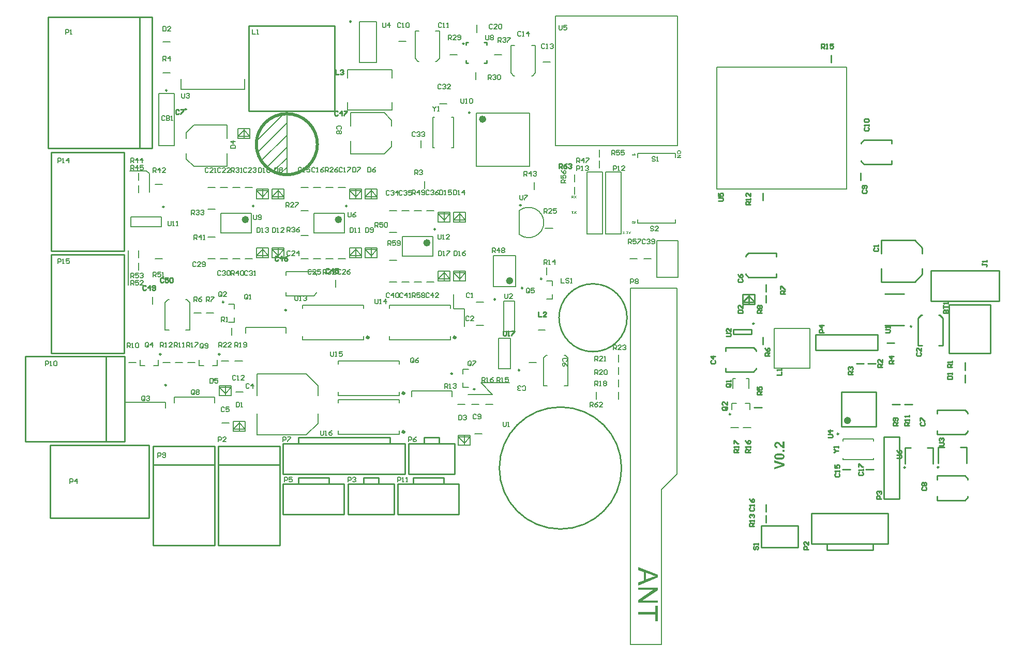
<source format=gto>
%FSLAX25Y25*%
%MOIN*%
G70*
G01*
G75*
%ADD10R,0.02362X0.05512*%
%ADD11R,0.02362X0.07087*%
G04:AMPARAMS|DCode=12|XSize=74.8mil|YSize=125.98mil|CornerRadius=0mil|HoleSize=0mil|Usage=FLASHONLY|Rotation=180.000|XOffset=0mil|YOffset=0mil|HoleType=Round|Shape=Octagon|*
%AMOCTAGOND12*
4,1,8,0.01870,-0.06299,-0.01870,-0.06299,-0.03740,-0.04429,-0.03740,0.04429,-0.01870,0.06299,0.01870,0.06299,0.03740,0.04429,0.03740,-0.04429,0.01870,-0.06299,0.0*
%
%ADD12OCTAGOND12*%

%ADD13R,0.16339X0.07284*%
%ADD14R,0.08465X0.11221*%
%ADD15R,0.11221X0.08465*%
%ADD16R,0.04724X0.05512*%
%ADD17R,0.05512X0.04724*%
%ADD18R,0.06693X0.06693*%
%ADD19R,0.21654X0.09843*%
%ADD20O,0.05709X0.02362*%
%ADD21R,0.09921X0.13425*%
%ADD22R,0.02362X0.04134*%
%ADD23O,0.00984X0.06102*%
%ADD24O,0.06102X0.00984*%
%ADD25R,0.03150X0.07874*%
%ADD26R,0.07087X0.09449*%
%ADD27R,0.03543X0.03740*%
%ADD28R,0.02362X0.03347*%
%ADD29R,0.40945X0.31496*%
%ADD30R,0.03937X0.11417*%
%ADD31R,0.09449X0.07087*%
G04:AMPARAMS|DCode=32|XSize=25.59mil|YSize=64.96mil|CornerRadius=1.92mil|HoleSize=0mil|Usage=FLASHONLY|Rotation=0.000|XOffset=0mil|YOffset=0mil|HoleType=Round|Shape=RoundedRectangle|*
%AMROUNDEDRECTD32*
21,1,0.02559,0.06112,0,0,0.0*
21,1,0.02175,0.06496,0,0,0.0*
1,1,0.00384,0.01088,-0.03056*
1,1,0.00384,-0.01088,-0.03056*
1,1,0.00384,-0.01088,0.03056*
1,1,0.00384,0.01088,0.03056*
%
%ADD32ROUNDEDRECTD32*%
%ADD33O,0.02756X0.09843*%
G04:AMPARAMS|DCode=34|XSize=11.81mil|YSize=59.06mil|CornerRadius=2.95mil|HoleSize=0mil|Usage=FLASHONLY|Rotation=0.000|XOffset=0mil|YOffset=0mil|HoleType=Round|Shape=RoundedRectangle|*
%AMROUNDEDRECTD34*
21,1,0.01181,0.05315,0,0,0.0*
21,1,0.00591,0.05906,0,0,0.0*
1,1,0.00591,0.00295,-0.02658*
1,1,0.00591,-0.00295,-0.02658*
1,1,0.00591,-0.00295,0.02658*
1,1,0.00591,0.00295,0.02658*
%
%ADD34ROUNDEDRECTD34*%
G04:AMPARAMS|DCode=35|XSize=11.81mil|YSize=59.06mil|CornerRadius=2.95mil|HoleSize=0mil|Usage=FLASHONLY|Rotation=270.000|XOffset=0mil|YOffset=0mil|HoleType=Round|Shape=RoundedRectangle|*
%AMROUNDEDRECTD35*
21,1,0.01181,0.05315,0,0,270.0*
21,1,0.00591,0.05906,0,0,270.0*
1,1,0.00591,-0.02658,-0.00295*
1,1,0.00591,-0.02658,0.00295*
1,1,0.00591,0.02658,0.00295*
1,1,0.00591,0.02658,-0.00295*
%
%ADD35ROUNDEDRECTD35*%
%ADD36R,0.09449X0.12992*%
%ADD37R,0.09449X0.03937*%
%ADD38O,0.08661X0.02362*%
%ADD39R,0.07874X0.02992*%
%ADD40O,0.08858X0.02362*%
%ADD41R,0.02362X0.04528*%
%ADD42R,0.03543X0.07087*%
%ADD43R,0.21654X0.23228*%
%ADD44R,0.04528X0.02362*%
%ADD45R,0.19685X0.31496*%
%ADD46R,0.20276X0.09252*%
%ADD47R,0.09843X0.05512*%
%ADD48R,0.07874X0.03150*%
%ADD49R,0.05118X0.03937*%
%ADD50R,0.13780X0.13780*%
%ADD51O,0.07480X0.02362*%
%ADD52C,0.02000*%
%ADD53C,0.01000*%
%ADD54C,0.02500*%
%ADD55C,0.04000*%
%ADD56C,0.10000*%
%ADD57C,0.12000*%
%ADD58C,0.05000*%
%ADD59R,0.12000X0.04000*%
%ADD60C,0.09000*%
%ADD61C,0.07874*%
%ADD62C,0.06299*%
%ADD63C,0.05906*%
%ADD64R,0.05906X0.05906*%
%ADD65R,0.05906X0.05906*%
%ADD66C,0.11811*%
%ADD67C,0.19685*%
%ADD68R,0.07874X0.07874*%
%ADD69O,0.07874X0.03937*%
%ADD70O,0.07874X0.03937*%
%ADD71C,0.10000*%
%ADD72C,0.11000*%
%ADD73C,0.15748*%
%ADD74C,0.07284*%
%ADD75R,0.07284X0.07284*%
%ADD76C,0.01969*%
%ADD77C,0.01600*%
%ADD78C,0.03000*%
%ADD79C,0.05000*%
%ADD80C,0.02400*%
%ADD81C,0.04000*%
%ADD82C,0.01500*%
%ADD83C,0.03600*%
%ADD84C,0.06000*%
%ADD85C,0.07000*%
%ADD86R,0.02165X0.03543*%
%ADD87R,0.12598X0.20472*%
%ADD88R,0.26000X0.07090*%
%ADD89R,0.26000X0.05438*%
%ADD90R,0.13000X0.05000*%
%ADD91R,0.06500X0.13000*%
%ADD92C,0.00984*%
%ADD93C,0.02362*%
%ADD94C,0.01969*%
%ADD95C,0.00787*%
%ADD96C,0.00600*%
%ADD97C,0.00800*%
G36*
X396615Y-373800D02*
X386702Y-380449D01*
X396615D01*
Y-382043D01*
X384000D01*
Y-380328D01*
X393897Y-373694D01*
X384000D01*
Y-372100D01*
X396615D01*
Y-373800D01*
D02*
G37*
G36*
X341889Y-119083D02*
X341917D01*
X341949Y-119085D01*
X341984Y-119087D01*
X342058Y-119094D01*
X342132Y-119104D01*
X342167Y-119108D01*
X342201Y-119115D01*
X342231Y-119124D01*
X342259Y-119133D01*
X342261D01*
X342266Y-119136D01*
X342273Y-119138D01*
X342282Y-119143D01*
X342307Y-119157D01*
X342340Y-119175D01*
X342377Y-119201D01*
X342414Y-119233D01*
X342451Y-119272D01*
X342483Y-119318D01*
Y-119321D01*
X342488Y-119325D01*
X342490Y-119332D01*
X342497Y-119341D01*
X342504Y-119353D01*
X342511Y-119369D01*
X342527Y-119406D01*
X342541Y-119450D01*
X342555Y-119501D01*
X342564Y-119556D01*
X342568Y-119619D01*
Y-119621D01*
Y-119628D01*
Y-119639D01*
X342566Y-119656D01*
X342564Y-119674D01*
X342562Y-119695D01*
X342557Y-119718D01*
X342552Y-119746D01*
X342538Y-119801D01*
X342515Y-119861D01*
X342501Y-119891D01*
X342483Y-119921D01*
X342464Y-119949D01*
X342441Y-119977D01*
X342439Y-119979D01*
X342435Y-119984D01*
X342428Y-119991D01*
X342418Y-120000D01*
X342405Y-120011D01*
X342388Y-120023D01*
X342370Y-120037D01*
X342347Y-120051D01*
X342321Y-120067D01*
X342294Y-120083D01*
X342261Y-120097D01*
X342229Y-120111D01*
X342192Y-120124D01*
X342150Y-120136D01*
X342109Y-120145D01*
X342063Y-120155D01*
X342065D01*
X342067Y-120157D01*
X342074Y-120161D01*
X342083Y-120166D01*
X342107Y-120182D01*
X342134Y-120201D01*
X342167Y-120224D01*
X342201Y-120252D01*
X342236Y-120282D01*
X342268Y-120314D01*
X342273Y-120319D01*
X342277Y-120323D01*
X342282Y-120330D01*
X342291Y-120342D01*
X342301Y-120353D01*
X342312Y-120369D01*
X342326Y-120386D01*
X342340Y-120406D01*
X342358Y-120429D01*
X342374Y-120455D01*
X342395Y-120483D01*
X342416Y-120513D01*
X342439Y-120547D01*
X342462Y-120584D01*
X342488Y-120626D01*
X342723Y-121000D01*
X342259D01*
X341982Y-120582D01*
X341979Y-120580D01*
X341975Y-120573D01*
X341968Y-120561D01*
X341959Y-120547D01*
X341945Y-120529D01*
X341931Y-120508D01*
X341901Y-120464D01*
X341866Y-120416D01*
X341832Y-120369D01*
X341815Y-120349D01*
X341802Y-120330D01*
X341788Y-120314D01*
X341776Y-120302D01*
X341774Y-120300D01*
X341767Y-120293D01*
X341755Y-120282D01*
X341741Y-120270D01*
X341725Y-120256D01*
X341705Y-120242D01*
X341684Y-120231D01*
X341661Y-120221D01*
X341658D01*
X341649Y-120217D01*
X341633Y-120215D01*
X341612Y-120210D01*
X341587Y-120205D01*
X341552Y-120203D01*
X341513Y-120198D01*
X341388D01*
Y-121000D01*
X341000D01*
Y-119080D01*
X341864D01*
X341889Y-119083D01*
D02*
G37*
G36*
X342522Y-129404D02*
X341956D01*
Y-131000D01*
X341568D01*
Y-129404D01*
X341000D01*
Y-129080D01*
X342522D01*
Y-129404D01*
D02*
G37*
G36*
X343862Y-120000D02*
X344523Y-121000D01*
X344056D01*
X343631Y-120351D01*
X343206Y-121000D01*
X342739D01*
X343402Y-120002D01*
X342802Y-119080D01*
X343255D01*
X343633Y-119656D01*
X344012Y-119080D01*
X344465D01*
X343862Y-120000D01*
D02*
G37*
G36*
X396615Y-363812D02*
Y-365634D01*
X384000Y-370780D01*
Y-368882D01*
X387810Y-367425D01*
Y-362127D01*
X384000Y-360761D01*
Y-359000D01*
X396615Y-363812D01*
D02*
G37*
G36*
X381938Y-92003D02*
X381941Y-92009D01*
X381944Y-92018D01*
X381950Y-92033D01*
X381956Y-92052D01*
X381965Y-92070D01*
X381977Y-92094D01*
X381990Y-92121D01*
X382023Y-92182D01*
X382062Y-92251D01*
X382111Y-92327D01*
X382171Y-92409D01*
X382174Y-92412D01*
X382180Y-92418D01*
X382189Y-92430D01*
X382202Y-92445D01*
X382220Y-92464D01*
X382238Y-92485D01*
X382262Y-92506D01*
X382286Y-92530D01*
X382347Y-92582D01*
X382414Y-92630D01*
X382489Y-92676D01*
X382532Y-92694D01*
X382574Y-92712D01*
Y-93106D01*
X380047D01*
Y-92624D01*
X381865D01*
X381862Y-92621D01*
X381853Y-92612D01*
X381841Y-92597D01*
X381826Y-92576D01*
X381805Y-92551D01*
X381780Y-92521D01*
X381753Y-92485D01*
X381726Y-92445D01*
X381699Y-92403D01*
X381668Y-92355D01*
X381638Y-92303D01*
X381608Y-92248D01*
X381577Y-92191D01*
X381550Y-92130D01*
X381526Y-92067D01*
X381502Y-92000D01*
X381938D01*
Y-92003D01*
D02*
G37*
G36*
X380799Y-135586D02*
X380817D01*
X380838Y-135589D01*
X380887Y-135595D01*
X380944Y-135607D01*
X381008Y-135625D01*
X381074Y-135649D01*
X381138Y-135683D01*
X381141D01*
X381147Y-135689D01*
X381153Y-135695D01*
X381165Y-135701D01*
X381199Y-135725D01*
X381235Y-135761D01*
X381280Y-135804D01*
X381323Y-135858D01*
X381365Y-135925D01*
X381405Y-136001D01*
Y-135998D01*
X381408Y-135992D01*
X381414Y-135983D01*
X381420Y-135970D01*
X381438Y-135937D01*
X381462Y-135898D01*
X381492Y-135852D01*
X381529Y-135810D01*
X381571Y-135767D01*
X381620Y-135731D01*
X381623D01*
X381626Y-135728D01*
X381644Y-135719D01*
X381671Y-135704D01*
X381711Y-135689D01*
X381756Y-135674D01*
X381808Y-135658D01*
X381862Y-135649D01*
X381923Y-135646D01*
X381950D01*
X381971Y-135649D01*
X381993Y-135652D01*
X382023Y-135655D01*
X382053Y-135661D01*
X382086Y-135671D01*
X382159Y-135695D01*
X382199Y-135710D01*
X382238Y-135728D01*
X382277Y-135749D01*
X382317Y-135777D01*
X382353Y-135807D01*
X382389Y-135840D01*
X382393Y-135843D01*
X382399Y-135849D01*
X382408Y-135861D01*
X382420Y-135877D01*
X382432Y-135898D01*
X382447Y-135922D01*
X382465Y-135952D01*
X382483Y-135986D01*
X382499Y-136022D01*
X382517Y-136065D01*
X382532Y-136110D01*
X382547Y-136161D01*
X382556Y-136213D01*
X382565Y-136274D01*
X382571Y-136334D01*
X382574Y-136401D01*
Y-136404D01*
Y-136416D01*
Y-136434D01*
X382571Y-136458D01*
X382568Y-136489D01*
X382565Y-136525D01*
X382559Y-136561D01*
X382550Y-136604D01*
X382529Y-136695D01*
X382514Y-136740D01*
X382495Y-136786D01*
X382474Y-136831D01*
X382450Y-136876D01*
X382423Y-136916D01*
X382389Y-136955D01*
X382386Y-136958D01*
X382380Y-136964D01*
X382371Y-136974D01*
X382356Y-136986D01*
X382338Y-137001D01*
X382317Y-137019D01*
X382289Y-137037D01*
X382262Y-137055D01*
X382229Y-137073D01*
X382195Y-137092D01*
X382156Y-137110D01*
X382114Y-137125D01*
X382071Y-137137D01*
X382023Y-137146D01*
X381974Y-137152D01*
X381923Y-137155D01*
X381892D01*
X381862Y-137149D01*
X381820Y-137143D01*
X381771Y-137134D01*
X381720Y-137116D01*
X381665Y-137095D01*
X381614Y-137064D01*
X381608Y-137061D01*
X381592Y-137049D01*
X381568Y-137028D01*
X381538Y-136998D01*
X381502Y-136961D01*
X381468Y-136919D01*
X381435Y-136867D01*
X381405Y-136810D01*
Y-136813D01*
X381402Y-136819D01*
X381396Y-136831D01*
X381389Y-136843D01*
X381380Y-136861D01*
X381368Y-136882D01*
X381341Y-136928D01*
X381308Y-136979D01*
X381265Y-137031D01*
X381214Y-137083D01*
X381156Y-137128D01*
X381153D01*
X381150Y-137134D01*
X381141Y-137137D01*
X381129Y-137146D01*
X381114Y-137152D01*
X381096Y-137161D01*
X381050Y-137182D01*
X380996Y-137204D01*
X380932Y-137219D01*
X380859Y-137231D01*
X380784Y-137237D01*
X380750D01*
X380726Y-137234D01*
X380696Y-137231D01*
X380662Y-137225D01*
X380623Y-137219D01*
X380584Y-137210D01*
X380538Y-137198D01*
X380493Y-137182D01*
X380444Y-137164D01*
X380399Y-137143D01*
X380350Y-137116D01*
X380305Y-137086D01*
X380259Y-137052D01*
X380217Y-137013D01*
X380214Y-137010D01*
X380208Y-137004D01*
X380196Y-136989D01*
X380184Y-136974D01*
X380165Y-136949D01*
X380147Y-136925D01*
X380129Y-136892D01*
X380108Y-136855D01*
X380087Y-136816D01*
X380068Y-136770D01*
X380050Y-136722D01*
X380032Y-136670D01*
X380020Y-136613D01*
X380008Y-136552D01*
X380002Y-136489D01*
X379999Y-136422D01*
Y-136419D01*
Y-136407D01*
Y-136389D01*
X380002Y-136364D01*
X380005Y-136337D01*
X380008Y-136301D01*
X380014Y-136264D01*
X380020Y-136222D01*
X380041Y-136131D01*
X380056Y-136086D01*
X380075Y-136037D01*
X380096Y-135989D01*
X380120Y-135940D01*
X380147Y-135895D01*
X380177Y-135849D01*
X380181Y-135846D01*
X380187Y-135837D01*
X380199Y-135825D01*
X380217Y-135807D01*
X380238Y-135789D01*
X380265Y-135765D01*
X380296Y-135740D01*
X380332Y-135716D01*
X380371Y-135692D01*
X380414Y-135668D01*
X380462Y-135643D01*
X380514Y-135625D01*
X380571Y-135607D01*
X380632Y-135595D01*
X380696Y-135586D01*
X380762Y-135583D01*
X380784D01*
X380799Y-135586D01*
D02*
G37*
G36*
X410487Y-89916D02*
X410520D01*
X410560Y-89919D01*
X410602Y-89922D01*
X410648Y-89929D01*
X410699Y-89935D01*
X410751Y-89941D01*
X410857Y-89962D01*
X410966Y-89989D01*
X411069Y-90026D01*
X411072D01*
X411078Y-90029D01*
X411087Y-90035D01*
X411102Y-90041D01*
X411117Y-90050D01*
X411138Y-90062D01*
X411184Y-90089D01*
X411235Y-90122D01*
X411293Y-90162D01*
X411354Y-90210D01*
X411411Y-90262D01*
X411414Y-90265D01*
X411417Y-90268D01*
X411426Y-90277D01*
X411435Y-90289D01*
X411463Y-90319D01*
X411499Y-90359D01*
X411535Y-90407D01*
X411575Y-90462D01*
X411611Y-90522D01*
X411642Y-90586D01*
Y-90589D01*
X411645Y-90598D01*
X411651Y-90610D01*
X411657Y-90628D01*
X411666Y-90650D01*
X411672Y-90677D01*
X411681Y-90707D01*
X411693Y-90744D01*
X411702Y-90780D01*
X411711Y-90822D01*
X411717Y-90868D01*
X411726Y-90913D01*
X411738Y-91016D01*
X411741Y-91128D01*
Y-91131D01*
Y-91135D01*
Y-91153D01*
X411738Y-91183D01*
X411735Y-91222D01*
X411732Y-91268D01*
X411723Y-91322D01*
X411711Y-91383D01*
X411699Y-91450D01*
X411681Y-91519D01*
X411657Y-91592D01*
X411629Y-91665D01*
X411596Y-91741D01*
X411557Y-91813D01*
X411511Y-91886D01*
X411457Y-91956D01*
X411396Y-92019D01*
X411393Y-92022D01*
X411381Y-92034D01*
X411360Y-92049D01*
X411332Y-92071D01*
X411296Y-92098D01*
X411254Y-92125D01*
X411205Y-92156D01*
X411148Y-92189D01*
X411081Y-92219D01*
X411011Y-92250D01*
X410932Y-92277D01*
X410845Y-92304D01*
X410754Y-92325D01*
X410654Y-92340D01*
X410548Y-92352D01*
X410435Y-92356D01*
X410408D01*
X410378Y-92352D01*
X410335Y-92349D01*
X410284Y-92347D01*
X410223Y-92337D01*
X410160Y-92328D01*
X410087Y-92313D01*
X410011Y-92295D01*
X409936Y-92274D01*
X409857Y-92247D01*
X409775Y-92216D01*
X409696Y-92177D01*
X409620Y-92131D01*
X409548Y-92080D01*
X409481Y-92022D01*
X409478Y-92019D01*
X409466Y-92007D01*
X409451Y-91989D01*
X409426Y-91962D01*
X409402Y-91928D01*
X409372Y-91889D01*
X409342Y-91840D01*
X409311Y-91789D01*
X409278Y-91728D01*
X409248Y-91662D01*
X409218Y-91589D01*
X409193Y-91510D01*
X409169Y-91425D01*
X409154Y-91334D01*
X409142Y-91237D01*
X409139Y-91137D01*
Y-91135D01*
Y-91131D01*
Y-91113D01*
X409142Y-91083D01*
X409145Y-91044D01*
X409148Y-90998D01*
X409157Y-90941D01*
X409166Y-90880D01*
X409181Y-90813D01*
X409199Y-90744D01*
X409224Y-90671D01*
X409251Y-90598D01*
X409284Y-90522D01*
X409324Y-90450D01*
X409369Y-90377D01*
X409420Y-90307D01*
X409481Y-90244D01*
X409484Y-90241D01*
X409496Y-90228D01*
X409517Y-90213D01*
X409545Y-90192D01*
X409578Y-90168D01*
X409620Y-90141D01*
X409672Y-90110D01*
X409726Y-90080D01*
X409790Y-90047D01*
X409863Y-90019D01*
X409939Y-89989D01*
X410023Y-89965D01*
X410114Y-89944D01*
X410211Y-89929D01*
X410314Y-89916D01*
X410423Y-89913D01*
X410460D01*
X410487Y-89916D01*
D02*
G37*
G36*
X411699Y-93243D02*
X410005Y-94283D01*
X411699D01*
Y-94752D01*
X409181D01*
Y-94243D01*
X410836Y-93222D01*
X409181D01*
Y-92752D01*
X411699D01*
Y-93243D01*
D02*
G37*
G36*
X343700Y-130000D02*
X344361Y-131000D01*
X343894D01*
X343469Y-130351D01*
X343044Y-131000D01*
X342578D01*
X343241Y-130002D01*
X342640Y-129080D01*
X343093D01*
X343472Y-129656D01*
X343850Y-129080D01*
X344303D01*
X343700Y-130000D01*
D02*
G37*
G36*
X396615Y-393884D02*
X395127D01*
Y-389724D01*
X384000D01*
Y-388054D01*
X395127D01*
Y-383895D01*
X396615D01*
Y-393884D01*
D02*
G37*
G36*
X475300Y-285507D02*
X475423D01*
X475577Y-285514D01*
X475747Y-285530D01*
X475932Y-285553D01*
X476132Y-285576D01*
X476348Y-285615D01*
X476564Y-285653D01*
X476780Y-285707D01*
X476996Y-285769D01*
X477204Y-285838D01*
X477405Y-285923D01*
X477582Y-286023D01*
X477744Y-286131D01*
X477751Y-286139D01*
X477775Y-286154D01*
X477806Y-286185D01*
X477844Y-286224D01*
X477890Y-286278D01*
X477952Y-286347D01*
X478006Y-286417D01*
X478068Y-286509D01*
X478129Y-286602D01*
X478183Y-286709D01*
X478237Y-286833D01*
X478291Y-286964D01*
X478330Y-287103D01*
X478361Y-287249D01*
X478384Y-287411D01*
X478391Y-287581D01*
Y-287588D01*
Y-287619D01*
X478384Y-287673D01*
Y-287735D01*
X478368Y-287812D01*
X478353Y-287905D01*
X478330Y-288005D01*
X478299Y-288120D01*
X478260Y-288236D01*
X478214Y-288359D01*
X478160Y-288483D01*
X478091Y-288606D01*
X478006Y-288730D01*
X477913Y-288853D01*
X477798Y-288976D01*
X477674Y-289084D01*
X477667Y-289092D01*
X477644Y-289107D01*
X477597Y-289138D01*
X477536Y-289177D01*
X477451Y-289215D01*
X477351Y-289262D01*
X477227Y-289316D01*
X477088Y-289370D01*
X476919Y-289423D01*
X476734Y-289477D01*
X476526Y-289524D01*
X476294Y-289562D01*
X476032Y-289601D01*
X475755Y-289632D01*
X475446Y-289647D01*
X475115Y-289655D01*
X474991D01*
X474945Y-289647D01*
X474822D01*
X474675Y-289632D01*
X474498Y-289624D01*
X474313Y-289601D01*
X474112Y-289578D01*
X473904Y-289547D01*
X473688Y-289500D01*
X473465Y-289454D01*
X473257Y-289393D01*
X473048Y-289323D01*
X472848Y-289238D01*
X472671Y-289138D01*
X472509Y-289030D01*
X472501Y-289022D01*
X472478Y-289007D01*
X472447Y-288976D01*
X472408Y-288938D01*
X472355Y-288884D01*
X472300Y-288814D01*
X472239Y-288745D01*
X472177Y-288652D01*
X472123Y-288560D01*
X472061Y-288452D01*
X472008Y-288329D01*
X471954Y-288197D01*
X471915Y-288059D01*
X471884Y-287912D01*
X471861Y-287750D01*
X471853Y-287581D01*
Y-287573D01*
Y-287542D01*
X471861Y-287488D01*
Y-287426D01*
X471876Y-287349D01*
X471892Y-287257D01*
X471907Y-287157D01*
X471938Y-287049D01*
X471969Y-286933D01*
X472015Y-286817D01*
X472069Y-286694D01*
X472139Y-286571D01*
X472216Y-286455D01*
X472300Y-286339D01*
X472408Y-286224D01*
X472524Y-286123D01*
X472532Y-286116D01*
X472563Y-286093D01*
X472609Y-286062D01*
X472678Y-286023D01*
X472763Y-285977D01*
X472871Y-285923D01*
X472994Y-285869D01*
X473141Y-285807D01*
X473311Y-285753D01*
X473503Y-285700D01*
X473719Y-285646D01*
X473958Y-285599D01*
X474213Y-285553D01*
X474498Y-285522D01*
X474799Y-285507D01*
X475130Y-285499D01*
X475253D01*
X475300Y-285507D01*
D02*
G37*
G36*
X478284Y-282353D02*
X478276D01*
X478253Y-282346D01*
X478222D01*
X478176Y-282338D01*
X478114Y-282330D01*
X478052Y-282315D01*
X477975Y-282299D01*
X477890Y-282276D01*
X477705Y-282222D01*
X477497Y-282145D01*
X477281Y-282053D01*
X477065Y-281937D01*
X477058Y-281929D01*
X477035Y-281922D01*
X477004Y-281898D01*
X476957Y-281868D01*
X476903Y-281821D01*
X476826Y-281775D01*
X476749Y-281706D01*
X476649Y-281636D01*
X476549Y-281544D01*
X476433Y-281444D01*
X476302Y-281336D01*
X476171Y-281205D01*
X476017Y-281066D01*
X475863Y-280912D01*
X475701Y-280742D01*
X475523Y-280557D01*
X475516Y-280549D01*
X475492Y-280518D01*
X475454Y-280480D01*
X475400Y-280426D01*
X475338Y-280357D01*
X475261Y-280287D01*
X475099Y-280118D01*
X474930Y-279948D01*
X474752Y-279778D01*
X474675Y-279701D01*
X474598Y-279639D01*
X474529Y-279586D01*
X474475Y-279539D01*
X474467D01*
X474459Y-279532D01*
X474436Y-279516D01*
X474413Y-279501D01*
X474336Y-279462D01*
X474236Y-279408D01*
X474128Y-279362D01*
X473997Y-279323D01*
X473866Y-279292D01*
X473727Y-279285D01*
X473658D01*
X473588Y-279292D01*
X473496Y-279316D01*
X473395Y-279339D01*
X473287Y-279377D01*
X473187Y-279431D01*
X473095Y-279508D01*
X473087Y-279516D01*
X473056Y-279547D01*
X473025Y-279601D01*
X472979Y-279663D01*
X472940Y-279755D01*
X472902Y-279855D01*
X472879Y-279979D01*
X472871Y-280118D01*
Y-280125D01*
Y-280133D01*
Y-280179D01*
X472887Y-280248D01*
X472902Y-280333D01*
X472933Y-280434D01*
X472971Y-280534D01*
X473033Y-280634D01*
X473110Y-280727D01*
X473118Y-280734D01*
X473156Y-280765D01*
X473210Y-280796D01*
X473295Y-280842D01*
X473395Y-280889D01*
X473526Y-280927D01*
X473688Y-280958D01*
X473873Y-280981D01*
X473758Y-282207D01*
X473742D01*
X473711Y-282199D01*
X473658Y-282191D01*
X473588Y-282184D01*
X473511Y-282161D01*
X473411Y-282145D01*
X473311Y-282114D01*
X473195Y-282084D01*
X473079Y-282037D01*
X472956Y-281991D01*
X472832Y-281937D01*
X472717Y-281875D01*
X472601Y-281806D01*
X472486Y-281721D01*
X472385Y-281629D01*
X472300Y-281528D01*
X472293Y-281521D01*
X472277Y-281505D01*
X472262Y-281467D01*
X472231Y-281420D01*
X472200Y-281366D01*
X472162Y-281297D01*
X472116Y-281220D01*
X472077Y-281128D01*
X472038Y-281035D01*
X471992Y-280919D01*
X471954Y-280804D01*
X471923Y-280673D01*
X471892Y-280541D01*
X471869Y-280395D01*
X471861Y-280248D01*
X471853Y-280087D01*
Y-280079D01*
Y-280048D01*
Y-279994D01*
X471861Y-279932D01*
X471869Y-279848D01*
X471884Y-279755D01*
X471900Y-279655D01*
X471915Y-279547D01*
X471977Y-279308D01*
X472023Y-279185D01*
X472069Y-279061D01*
X472131Y-278938D01*
X472200Y-278815D01*
X472277Y-278707D01*
X472370Y-278599D01*
X472378Y-278591D01*
X472393Y-278575D01*
X472424Y-278545D01*
X472462Y-278514D01*
X472509Y-278475D01*
X472570Y-278429D01*
X472640Y-278375D01*
X472717Y-278321D01*
X472809Y-278275D01*
X472902Y-278221D01*
X473010Y-278174D01*
X473118Y-278136D01*
X473241Y-278105D01*
X473364Y-278074D01*
X473503Y-278059D01*
X473642Y-278051D01*
X473719D01*
X473796Y-278059D01*
X473904Y-278074D01*
X474035Y-278090D01*
X474174Y-278121D01*
X474321Y-278159D01*
X474467Y-278213D01*
X474475D01*
X474482Y-278221D01*
X474506Y-278228D01*
X474536Y-278244D01*
X474614Y-278282D01*
X474714Y-278329D01*
X474837Y-278398D01*
X474976Y-278483D01*
X475122Y-278583D01*
X475284Y-278699D01*
X475300Y-278707D01*
X475338Y-278745D01*
X475400Y-278799D01*
X475492Y-278884D01*
X475608Y-278992D01*
X475747Y-279131D01*
X475824Y-279215D01*
X475909Y-279308D01*
X476001Y-279400D01*
X476102Y-279508D01*
X476109Y-279516D01*
X476125Y-279532D01*
X476148Y-279562D01*
X476186Y-279601D01*
X476233Y-279647D01*
X476279Y-279701D01*
X476387Y-279817D01*
X476510Y-279940D01*
X476626Y-280064D01*
X476726Y-280171D01*
X476772Y-280210D01*
X476811Y-280248D01*
X476819Y-280256D01*
X476842Y-280272D01*
X476873Y-280303D01*
X476919Y-280333D01*
X477019Y-280418D01*
X477142Y-280495D01*
Y-278051D01*
X478284D01*
Y-282353D01*
D02*
G37*
G36*
Y-284420D02*
X477058D01*
Y-283194D01*
X478284D01*
Y-284420D01*
D02*
G37*
G36*
Y-292315D02*
Y-293710D01*
X471876Y-296000D01*
Y-294604D01*
X476618Y-292978D01*
X471876Y-291413D01*
Y-290033D01*
X478284Y-292315D01*
D02*
G37*
G36*
X374661Y-142076D02*
X374684Y-142078D01*
X374711Y-142083D01*
X374742Y-142087D01*
X374771Y-142094D01*
X374806Y-142104D01*
X374841Y-142115D01*
X374878Y-142129D01*
X374915Y-142147D01*
X374949Y-142166D01*
X374986Y-142189D01*
X375019Y-142217D01*
X375051Y-142247D01*
X375053Y-142249D01*
X375058Y-142254D01*
X375063Y-142261D01*
X375072Y-142272D01*
X375083Y-142286D01*
X375095Y-142302D01*
X375107Y-142321D01*
X375120Y-142341D01*
X375143Y-142388D01*
X375167Y-142443D01*
X375176Y-142473D01*
X375180Y-142503D01*
X375185Y-142535D01*
X375187Y-142568D01*
Y-142570D01*
Y-142579D01*
X375185Y-142593D01*
X375183Y-142609D01*
X375178Y-142630D01*
X375173Y-142656D01*
X375164Y-142683D01*
X375153Y-142713D01*
X375139Y-142746D01*
X375120Y-142778D01*
X375097Y-142813D01*
X375069Y-142845D01*
X375040Y-142880D01*
X375003Y-142912D01*
X374959Y-142942D01*
X374910Y-142972D01*
X374912D01*
X374917Y-142974D01*
X374926Y-142977D01*
X374938Y-142979D01*
X374952Y-142984D01*
X374968Y-142991D01*
X375005Y-143004D01*
X375046Y-143025D01*
X375090Y-143053D01*
X375134Y-143088D01*
X375173Y-143129D01*
X375176Y-143131D01*
X375178Y-143134D01*
X375183Y-143141D01*
X375190Y-143150D01*
X375197Y-143164D01*
X375206Y-143178D01*
X375224Y-143212D01*
X375240Y-143256D01*
X375257Y-143307D01*
X375268Y-143365D01*
X375273Y-143395D01*
Y-143427D01*
Y-143429D01*
Y-143439D01*
Y-143453D01*
X375271Y-143469D01*
X375268Y-143492D01*
X375264Y-143517D01*
X375257Y-143545D01*
X375250Y-143575D01*
X375240Y-143607D01*
X375229Y-143642D01*
X375213Y-143679D01*
X375194Y-143714D01*
X375173Y-143751D01*
X375148Y-143788D01*
X375120Y-143822D01*
X375088Y-143857D01*
X375086Y-143859D01*
X375079Y-143864D01*
X375069Y-143873D01*
X375056Y-143885D01*
X375037Y-143898D01*
X375014Y-143912D01*
X374991Y-143928D01*
X374961Y-143945D01*
X374929Y-143961D01*
X374894Y-143977D01*
X374857Y-143991D01*
X374815Y-144005D01*
X374774Y-144016D01*
X374728Y-144025D01*
X374679Y-144030D01*
X374628Y-144032D01*
X374603D01*
X374584Y-144030D01*
X374564Y-144028D01*
X374538Y-144025D01*
X374508Y-144021D01*
X374478Y-144014D01*
X374409Y-143995D01*
X374374Y-143984D01*
X374337Y-143970D01*
X374300Y-143954D01*
X374266Y-143933D01*
X374229Y-143910D01*
X374196Y-143885D01*
X374194Y-143882D01*
X374189Y-143878D01*
X374180Y-143868D01*
X374169Y-143857D01*
X374157Y-143843D01*
X374141Y-143824D01*
X374125Y-143804D01*
X374109Y-143778D01*
X374090Y-143753D01*
X374074Y-143723D01*
X374058Y-143691D01*
X374042Y-143656D01*
X374028Y-143619D01*
X374016Y-143577D01*
X374007Y-143536D01*
X374000Y-143492D01*
X374356Y-143448D01*
Y-143450D01*
Y-143455D01*
X374358Y-143462D01*
X374360Y-143471D01*
X374365Y-143494D01*
X374374Y-143524D01*
X374386Y-143559D01*
X374400Y-143593D01*
X374420Y-143626D01*
X374446Y-143656D01*
X374448Y-143658D01*
X374460Y-143667D01*
X374476Y-143679D01*
X374497Y-143691D01*
X374522Y-143704D01*
X374552Y-143716D01*
X374587Y-143725D01*
X374626Y-143727D01*
X374631D01*
X374644Y-143725D01*
X374665Y-143723D01*
X374693Y-143716D01*
X374723Y-143707D01*
X374755Y-143691D01*
X374788Y-143670D01*
X374818Y-143642D01*
X374820Y-143637D01*
X374829Y-143626D01*
X374843Y-143607D01*
X374857Y-143582D01*
X374871Y-143547D01*
X374885Y-143508D01*
X374894Y-143462D01*
X374896Y-143411D01*
Y-143409D01*
Y-143404D01*
Y-143397D01*
Y-143388D01*
X374892Y-143362D01*
X374887Y-143332D01*
X374878Y-143296D01*
X374864Y-143261D01*
X374846Y-143224D01*
X374820Y-143192D01*
X374818Y-143187D01*
X374806Y-143178D01*
X374790Y-143166D01*
X374769Y-143150D01*
X374744Y-143134D01*
X374714Y-143122D01*
X374679Y-143113D01*
X374640Y-143108D01*
X374628D01*
X374612Y-143111D01*
X374594D01*
X374568Y-143115D01*
X374540Y-143120D01*
X374508Y-143127D01*
X374474Y-143136D01*
X374513Y-142838D01*
X374538D01*
X374564Y-142836D01*
X374596Y-142831D01*
X374633Y-142824D01*
X374670Y-142813D01*
X374707Y-142797D01*
X374739Y-142776D01*
X374742Y-142773D01*
X374751Y-142762D01*
X374765Y-142748D01*
X374779Y-142727D01*
X374792Y-142700D01*
X374806Y-142669D01*
X374815Y-142632D01*
X374818Y-142591D01*
Y-142586D01*
Y-142575D01*
X374815Y-142556D01*
X374811Y-142535D01*
X374804Y-142510D01*
X374792Y-142485D01*
X374779Y-142459D01*
X374760Y-142436D01*
X374758Y-142434D01*
X374748Y-142427D01*
X374737Y-142418D01*
X374718Y-142406D01*
X374698Y-142397D01*
X374672Y-142388D01*
X374642Y-142381D01*
X374607Y-142378D01*
X374591D01*
X374575Y-142381D01*
X374552Y-142388D01*
X374527Y-142395D01*
X374499Y-142406D01*
X374471Y-142422D01*
X374446Y-142445D01*
X374444Y-142448D01*
X374437Y-142457D01*
X374425Y-142473D01*
X374411Y-142494D01*
X374397Y-142519D01*
X374386Y-142552D01*
X374374Y-142591D01*
X374367Y-142635D01*
X374028Y-142579D01*
Y-142577D01*
X374030Y-142572D01*
X374032Y-142563D01*
X374035Y-142549D01*
X374037Y-142535D01*
X374042Y-142519D01*
X374053Y-142478D01*
X374069Y-142434D01*
X374085Y-142388D01*
X374106Y-142341D01*
X374132Y-142300D01*
Y-142297D01*
X374134Y-142295D01*
X374146Y-142281D01*
X374162Y-142263D01*
X374183Y-142240D01*
X374213Y-142212D01*
X374245Y-142184D01*
X374286Y-142159D01*
X374330Y-142133D01*
X374333D01*
X374337Y-142131D01*
X374344Y-142129D01*
X374353Y-142124D01*
X374365Y-142120D01*
X374379Y-142115D01*
X374416Y-142104D01*
X374457Y-142092D01*
X374506Y-142083D01*
X374559Y-142076D01*
X374617Y-142074D01*
X374642D01*
X374661Y-142076D01*
D02*
G37*
G36*
X375947Y-144000D02*
X375580D01*
Y-143633D01*
X375947D01*
Y-144000D01*
D02*
G37*
G36*
X378726D02*
X378308D01*
X377622Y-142080D01*
X378040D01*
X378528Y-143501D01*
X378996Y-142080D01*
X379410D01*
X378726Y-144000D01*
D02*
G37*
G36*
X376894Y-142076D02*
X376918Y-142078D01*
X376945Y-142083D01*
X376975Y-142087D01*
X377005Y-142094D01*
X377040Y-142104D01*
X377075Y-142115D01*
X377112Y-142129D01*
X377149Y-142147D01*
X377183Y-142166D01*
X377220Y-142189D01*
X377253Y-142217D01*
X377285Y-142247D01*
X377287Y-142249D01*
X377292Y-142254D01*
X377296Y-142261D01*
X377306Y-142272D01*
X377317Y-142286D01*
X377329Y-142302D01*
X377340Y-142321D01*
X377354Y-142341D01*
X377377Y-142388D01*
X377400Y-142443D01*
X377410Y-142473D01*
X377414Y-142503D01*
X377419Y-142535D01*
X377421Y-142568D01*
Y-142570D01*
Y-142579D01*
X377419Y-142593D01*
X377416Y-142609D01*
X377412Y-142630D01*
X377407Y-142656D01*
X377398Y-142683D01*
X377386Y-142713D01*
X377373Y-142746D01*
X377354Y-142778D01*
X377331Y-142813D01*
X377303Y-142845D01*
X377273Y-142880D01*
X377236Y-142912D01*
X377192Y-142942D01*
X377144Y-142972D01*
X377146D01*
X377151Y-142974D01*
X377160Y-142977D01*
X377172Y-142979D01*
X377186Y-142984D01*
X377202Y-142991D01*
X377239Y-143004D01*
X377280Y-143025D01*
X377324Y-143053D01*
X377368Y-143088D01*
X377407Y-143129D01*
X377410Y-143131D01*
X377412Y-143134D01*
X377416Y-143141D01*
X377423Y-143150D01*
X377430Y-143164D01*
X377440Y-143178D01*
X377458Y-143212D01*
X377474Y-143256D01*
X377490Y-143307D01*
X377502Y-143365D01*
X377507Y-143395D01*
Y-143427D01*
Y-143429D01*
Y-143439D01*
Y-143453D01*
X377504Y-143469D01*
X377502Y-143492D01*
X377497Y-143517D01*
X377490Y-143545D01*
X377484Y-143575D01*
X377474Y-143607D01*
X377463Y-143642D01*
X377447Y-143679D01*
X377428Y-143714D01*
X377407Y-143751D01*
X377382Y-143788D01*
X377354Y-143822D01*
X377322Y-143857D01*
X377320Y-143859D01*
X377312Y-143864D01*
X377303Y-143873D01*
X377289Y-143885D01*
X377271Y-143898D01*
X377248Y-143912D01*
X377225Y-143928D01*
X377195Y-143945D01*
X377162Y-143961D01*
X377128Y-143977D01*
X377091Y-143991D01*
X377049Y-144005D01*
X377008Y-144016D01*
X376961Y-144025D01*
X376913Y-144030D01*
X376862Y-144032D01*
X376837D01*
X376818Y-144030D01*
X376797Y-144028D01*
X376772Y-144025D01*
X376742Y-144021D01*
X376712Y-144014D01*
X376643Y-143995D01*
X376608Y-143984D01*
X376571Y-143970D01*
X376534Y-143954D01*
X376499Y-143933D01*
X376463Y-143910D01*
X376430Y-143885D01*
X376428Y-143882D01*
X376423Y-143878D01*
X376414Y-143868D01*
X376402Y-143857D01*
X376391Y-143843D01*
X376375Y-143824D01*
X376359Y-143804D01*
X376342Y-143778D01*
X376324Y-143753D01*
X376308Y-143723D01*
X376291Y-143691D01*
X376275Y-143656D01*
X376261Y-143619D01*
X376250Y-143577D01*
X376241Y-143536D01*
X376234Y-143492D01*
X376589Y-143448D01*
Y-143450D01*
Y-143455D01*
X376592Y-143462D01*
X376594Y-143471D01*
X376599Y-143494D01*
X376608Y-143524D01*
X376620Y-143559D01*
X376633Y-143593D01*
X376654Y-143626D01*
X376680Y-143656D01*
X376682Y-143658D01*
X376694Y-143667D01*
X376710Y-143679D01*
X376730Y-143691D01*
X376756Y-143704D01*
X376786Y-143716D01*
X376820Y-143725D01*
X376860Y-143727D01*
X376864D01*
X376878Y-143725D01*
X376899Y-143723D01*
X376927Y-143716D01*
X376957Y-143707D01*
X376989Y-143691D01*
X377022Y-143670D01*
X377051Y-143642D01*
X377054Y-143637D01*
X377063Y-143626D01*
X377077Y-143607D01*
X377091Y-143582D01*
X377105Y-143547D01*
X377118Y-143508D01*
X377128Y-143462D01*
X377130Y-143411D01*
Y-143409D01*
Y-143404D01*
Y-143397D01*
Y-143388D01*
X377125Y-143362D01*
X377121Y-143332D01*
X377112Y-143296D01*
X377098Y-143261D01*
X377079Y-143224D01*
X377054Y-143192D01*
X377051Y-143187D01*
X377040Y-143178D01*
X377024Y-143166D01*
X377003Y-143150D01*
X376978Y-143134D01*
X376948Y-143122D01*
X376913Y-143113D01*
X376874Y-143108D01*
X376862D01*
X376846Y-143111D01*
X376827D01*
X376802Y-143115D01*
X376774Y-143120D01*
X376742Y-143127D01*
X376707Y-143136D01*
X376747Y-142838D01*
X376772D01*
X376797Y-142836D01*
X376830Y-142831D01*
X376867Y-142824D01*
X376904Y-142813D01*
X376941Y-142797D01*
X376973Y-142776D01*
X376975Y-142773D01*
X376985Y-142762D01*
X376998Y-142748D01*
X377012Y-142727D01*
X377026Y-142700D01*
X377040Y-142669D01*
X377049Y-142632D01*
X377051Y-142591D01*
Y-142586D01*
Y-142575D01*
X377049Y-142556D01*
X377045Y-142535D01*
X377038Y-142510D01*
X377026Y-142485D01*
X377012Y-142459D01*
X376994Y-142436D01*
X376991Y-142434D01*
X376982Y-142427D01*
X376971Y-142418D01*
X376952Y-142406D01*
X376931Y-142397D01*
X376906Y-142388D01*
X376876Y-142381D01*
X376841Y-142378D01*
X376825D01*
X376809Y-142381D01*
X376786Y-142388D01*
X376760Y-142395D01*
X376733Y-142406D01*
X376705Y-142422D01*
X376680Y-142445D01*
X376677Y-142448D01*
X376670Y-142457D01*
X376659Y-142473D01*
X376645Y-142494D01*
X376631Y-142519D01*
X376620Y-142552D01*
X376608Y-142591D01*
X376601Y-142635D01*
X376261Y-142579D01*
Y-142577D01*
X376264Y-142572D01*
X376266Y-142563D01*
X376268Y-142549D01*
X376271Y-142535D01*
X376275Y-142519D01*
X376287Y-142478D01*
X376303Y-142434D01*
X376319Y-142388D01*
X376340Y-142341D01*
X376365Y-142300D01*
Y-142297D01*
X376368Y-142295D01*
X376379Y-142281D01*
X376396Y-142263D01*
X376416Y-142240D01*
X376446Y-142212D01*
X376479Y-142184D01*
X376520Y-142159D01*
X376564Y-142133D01*
X376566D01*
X376571Y-142131D01*
X376578Y-142129D01*
X376587Y-142124D01*
X376599Y-142120D01*
X376613Y-142115D01*
X376650Y-142104D01*
X376691Y-142092D01*
X376740Y-142083D01*
X376793Y-142076D01*
X376851Y-142074D01*
X376876D01*
X376894Y-142076D01*
D02*
G37*
%LPC*%
G36*
X389176Y-362598D02*
Y-366909D01*
X392653Y-365573D01*
X392668D01*
X392728Y-365543D01*
X392804Y-365512D01*
X392926Y-365482D01*
X393062Y-365421D01*
X393214Y-365376D01*
X393396Y-365300D01*
X393579Y-365239D01*
X394004Y-365087D01*
X394444Y-364951D01*
X394884Y-364799D01*
X395309Y-364677D01*
X395294D01*
X395248Y-364662D01*
X395188Y-364647D01*
X395097Y-364632D01*
X394990Y-364601D01*
X394854Y-364571D01*
X394702Y-364541D01*
X394535Y-364495D01*
X394171Y-364404D01*
X393761Y-364283D01*
X393320Y-364146D01*
X392865Y-363994D01*
X389176Y-362598D01*
D02*
G37*
G36*
X341832Y-119404D02*
X341388D01*
Y-119891D01*
X341739D01*
X341765Y-119889D01*
X341820D01*
X341880Y-119887D01*
X341938Y-119882D01*
X341963Y-119880D01*
X341986Y-119875D01*
X342005Y-119873D01*
X342021Y-119868D01*
X342023Y-119866D01*
X342033Y-119863D01*
X342044Y-119857D01*
X342060Y-119850D01*
X342079Y-119838D01*
X342097Y-119824D01*
X342113Y-119808D01*
X342130Y-119787D01*
X342132Y-119785D01*
X342137Y-119776D01*
X342141Y-119764D01*
X342150Y-119748D01*
X342157Y-119727D01*
X342162Y-119702D01*
X342167Y-119674D01*
X342169Y-119644D01*
Y-119639D01*
Y-119628D01*
X342167Y-119609D01*
X342162Y-119589D01*
X342155Y-119563D01*
X342146Y-119538D01*
X342134Y-119510D01*
X342116Y-119487D01*
X342113Y-119485D01*
X342107Y-119478D01*
X342095Y-119466D01*
X342079Y-119455D01*
X342058Y-119441D01*
X342033Y-119429D01*
X342005Y-119418D01*
X341970Y-119411D01*
X341968D01*
X341959Y-119408D01*
X341931D01*
X341917Y-119406D01*
X341859D01*
X341832Y-119404D01*
D02*
G37*
G36*
X475331Y-286787D02*
X474853D01*
X474752Y-286794D01*
X474637D01*
X474513Y-286802D01*
X474259Y-286817D01*
X474004Y-286833D01*
X473881Y-286848D01*
X473765Y-286864D01*
X473665Y-286879D01*
X473580Y-286902D01*
X473573D01*
X473565Y-286910D01*
X473542D01*
X473511Y-286925D01*
X473442Y-286948D01*
X473349Y-286979D01*
X473257Y-287026D01*
X473164Y-287072D01*
X473079Y-287126D01*
X473018Y-287188D01*
X473010Y-287195D01*
X472994Y-287218D01*
X472971Y-287249D01*
X472940Y-287303D01*
X472917Y-287357D01*
X472894Y-287426D01*
X472879Y-287496D01*
X472871Y-287581D01*
Y-287588D01*
Y-287619D01*
X472879Y-287658D01*
X472887Y-287712D01*
X472910Y-287773D01*
X472933Y-287843D01*
X472971Y-287912D01*
X473018Y-287982D01*
X473025Y-287989D01*
X473048Y-288013D01*
X473079Y-288043D01*
X473133Y-288074D01*
X473203Y-288120D01*
X473287Y-288167D01*
X473395Y-288205D01*
X473526Y-288244D01*
X473534D01*
X473550Y-288251D01*
X473580D01*
X473619Y-288259D01*
X473673Y-288275D01*
X473735Y-288282D01*
X473812Y-288290D01*
X473904Y-288305D01*
X474012Y-288313D01*
X474128Y-288329D01*
X474259Y-288336D01*
X474405Y-288344D01*
X474567Y-288352D01*
X474737Y-288359D01*
X474930Y-288367D01*
X475408D01*
X475508Y-288359D01*
X475624D01*
X475747Y-288352D01*
X476001Y-288344D01*
X476256Y-288321D01*
X476379Y-288305D01*
X476495Y-288298D01*
X476595Y-288275D01*
X476680Y-288259D01*
X476687D01*
X476695Y-288251D01*
X476718Y-288244D01*
X476749Y-288236D01*
X476819Y-288213D01*
X476903Y-288182D01*
X476996Y-288136D01*
X477088Y-288090D01*
X477173Y-288036D01*
X477235Y-287974D01*
X477243Y-287966D01*
X477258Y-287943D01*
X477281Y-287905D01*
X477304Y-287858D01*
X477327Y-287804D01*
X477351Y-287735D01*
X477366Y-287658D01*
X477374Y-287581D01*
Y-287573D01*
Y-287542D01*
X477366Y-287504D01*
X477358Y-287450D01*
X477343Y-287388D01*
X477312Y-287319D01*
X477281Y-287249D01*
X477235Y-287188D01*
X477227Y-287180D01*
X477204Y-287157D01*
X477173Y-287126D01*
X477119Y-287087D01*
X477050Y-287041D01*
X476965Y-286995D01*
X476857Y-286956D01*
X476726Y-286918D01*
X476718D01*
X476703Y-286910D01*
X476672Y-286902D01*
X476634Y-286894D01*
X476580Y-286887D01*
X476518Y-286879D01*
X476441Y-286864D01*
X476348Y-286848D01*
X476248Y-286841D01*
X476132Y-286825D01*
X476001Y-286817D01*
X475855Y-286810D01*
X475693Y-286802D01*
X475523Y-286794D01*
X475331Y-286787D01*
D02*
G37*
G36*
X410442Y-90438D02*
X410399D01*
X410372Y-90441D01*
X410335Y-90444D01*
X410293Y-90447D01*
X410248Y-90453D01*
X410199Y-90462D01*
X410093Y-90486D01*
X410039Y-90501D01*
X409984Y-90519D01*
X409933Y-90544D01*
X409881Y-90571D01*
X409832Y-90601D01*
X409790Y-90635D01*
X409787Y-90638D01*
X409781Y-90644D01*
X409769Y-90656D01*
X409757Y-90671D01*
X409739Y-90689D01*
X409720Y-90713D01*
X409702Y-90741D01*
X409681Y-90771D01*
X409660Y-90804D01*
X409642Y-90844D01*
X409623Y-90883D01*
X409605Y-90928D01*
X409593Y-90977D01*
X409581Y-91025D01*
X409575Y-91080D01*
X409572Y-91135D01*
Y-91137D01*
Y-91147D01*
X409575Y-91165D01*
Y-91186D01*
X409578Y-91210D01*
X409584Y-91241D01*
X409590Y-91274D01*
X409599Y-91313D01*
X409611Y-91350D01*
X409626Y-91392D01*
X409642Y-91431D01*
X409663Y-91474D01*
X409690Y-91516D01*
X409717Y-91559D01*
X409751Y-91598D01*
X409790Y-91634D01*
X409793Y-91637D01*
X409799Y-91644D01*
X409814Y-91653D01*
X409832Y-91665D01*
X409854Y-91680D01*
X409881Y-91698D01*
X409914Y-91713D01*
X409954Y-91734D01*
X409999Y-91753D01*
X410048Y-91768D01*
X410099Y-91786D01*
X410160Y-91801D01*
X410223Y-91813D01*
X410293Y-91822D01*
X410369Y-91828D01*
X410448Y-91831D01*
X410490D01*
X410517Y-91828D01*
X410554Y-91825D01*
X410596Y-91822D01*
X410642Y-91816D01*
X410690Y-91807D01*
X410796Y-91786D01*
X410851Y-91771D01*
X410902Y-91750D01*
X410954Y-91728D01*
X411005Y-91704D01*
X411051Y-91674D01*
X411093Y-91641D01*
X411096Y-91637D01*
X411102Y-91631D01*
X411114Y-91622D01*
X411126Y-91607D01*
X411141Y-91586D01*
X411160Y-91565D01*
X411181Y-91537D01*
X411202Y-91507D01*
X411220Y-91471D01*
X411241Y-91435D01*
X411260Y-91392D01*
X411275Y-91347D01*
X411287Y-91298D01*
X411299Y-91247D01*
X411305Y-91192D01*
X411308Y-91135D01*
Y-91131D01*
Y-91119D01*
Y-91104D01*
X411305Y-91083D01*
X411302Y-91056D01*
X411296Y-91025D01*
X411290Y-90992D01*
X411281Y-90956D01*
X411269Y-90916D01*
X411254Y-90874D01*
X411238Y-90832D01*
X411217Y-90789D01*
X411190Y-90747D01*
X411163Y-90707D01*
X411129Y-90665D01*
X411090Y-90628D01*
X411087Y-90625D01*
X411081Y-90619D01*
X411069Y-90610D01*
X411051Y-90598D01*
X411026Y-90583D01*
X410999Y-90568D01*
X410966Y-90550D01*
X410929Y-90535D01*
X410884Y-90516D01*
X410839Y-90498D01*
X410784Y-90483D01*
X410726Y-90468D01*
X410663Y-90456D01*
X410593Y-90447D01*
X410520Y-90441D01*
X410442Y-90438D01*
D02*
G37*
G36*
X380811Y-136058D02*
X380793D01*
X380778Y-136061D01*
X380741Y-136065D01*
X380696Y-136071D01*
X380647Y-136083D01*
X380596Y-136101D01*
X380544Y-136125D01*
X380499Y-136158D01*
X380493Y-136164D01*
X380481Y-136177D01*
X380462Y-136198D01*
X380444Y-136228D01*
X380423Y-136264D01*
X380405Y-136310D01*
X380393Y-136358D01*
X380387Y-136413D01*
Y-136416D01*
Y-136419D01*
X380390Y-136437D01*
X380393Y-136467D01*
X380399Y-136501D01*
X380414Y-136540D01*
X380432Y-136583D01*
X380456Y-136622D01*
X380493Y-136661D01*
X380499Y-136664D01*
X380514Y-136677D01*
X380538Y-136692D01*
X380571Y-136713D01*
X380617Y-136731D01*
X380671Y-136746D01*
X380732Y-136758D01*
X380805Y-136761D01*
X380835D01*
X380868Y-136755D01*
X380908Y-136749D01*
X380953Y-136737D01*
X381002Y-136719D01*
X381050Y-136695D01*
X381093Y-136661D01*
X381099Y-136658D01*
X381111Y-136643D01*
X381126Y-136622D01*
X381147Y-136592D01*
X381168Y-136555D01*
X381184Y-136513D01*
X381196Y-136461D01*
X381202Y-136407D01*
Y-136404D01*
Y-136398D01*
Y-136389D01*
X381199Y-136380D01*
X381196Y-136346D01*
X381187Y-136307D01*
X381171Y-136264D01*
X381150Y-136222D01*
X381120Y-136180D01*
X381077Y-136143D01*
X381071Y-136140D01*
X381056Y-136131D01*
X381032Y-136116D01*
X380999Y-136101D01*
X380959Y-136086D01*
X380914Y-136071D01*
X380862Y-136061D01*
X380811Y-136058D01*
D02*
G37*
G36*
X381890Y-136104D02*
X381865D01*
X381838Y-136107D01*
X381808Y-136113D01*
X381771Y-136122D01*
X381732Y-136137D01*
X381696Y-136155D01*
X381662Y-136183D01*
X381659Y-136186D01*
X381650Y-136198D01*
X381638Y-136216D01*
X381623Y-136240D01*
X381608Y-136270D01*
X381596Y-136307D01*
X381587Y-136349D01*
X381583Y-136398D01*
Y-136401D01*
Y-136404D01*
Y-136419D01*
X381587Y-136446D01*
X381592Y-136477D01*
X381605Y-136510D01*
X381617Y-136546D01*
X381638Y-136583D01*
X381665Y-136616D01*
X381668Y-136619D01*
X381680Y-136628D01*
X381699Y-136643D01*
X381723Y-136658D01*
X381756Y-136673D01*
X381796Y-136689D01*
X381838Y-136698D01*
X381890Y-136701D01*
X381911D01*
X381938Y-136698D01*
X381968Y-136692D01*
X382002Y-136679D01*
X382038Y-136667D01*
X382074Y-136646D01*
X382108Y-136619D01*
X382111Y-136616D01*
X382120Y-136604D01*
X382135Y-136586D01*
X382150Y-136561D01*
X382165Y-136531D01*
X382180Y-136495D01*
X382189Y-136452D01*
X382192Y-136404D01*
Y-136398D01*
Y-136383D01*
X382189Y-136355D01*
X382183Y-136325D01*
X382171Y-136292D01*
X382156Y-136255D01*
X382135Y-136219D01*
X382108Y-136186D01*
X382105Y-136183D01*
X382092Y-136173D01*
X382074Y-136158D01*
X382050Y-136146D01*
X382020Y-136131D01*
X381980Y-136116D01*
X381938Y-136107D01*
X381890Y-136104D01*
D02*
G37*
%LPD*%
D53*
X271831Y-21000D02*
G03*
X271831Y-21000I-394J0D01*
G01*
X373370Y-295000D02*
G03*
X373370Y-295000I-39370J0D01*
G01*
X376915Y-198000D02*
G03*
X376915Y-198000I-21915J0D01*
G01*
X556047Y-292080D02*
Y-281844D01*
X559787D01*
X574157Y-292080D02*
Y-281844D01*
X570417D02*
X574157D01*
X598146Y-220748D02*
X611139D01*
Y-189567D01*
X584367D02*
X611139D01*
X584367Y-220748D02*
Y-189567D01*
Y-220748D02*
X598146D01*
X567273Y-169914D02*
Y-166223D01*
X562400Y-174786D02*
X567273Y-169914D01*
X562400Y-148014D02*
X567273Y-152886D01*
Y-156577D02*
Y-152886D01*
X540895Y-174786D02*
X562400D01*
X540895D02*
Y-166223D01*
Y-156577D02*
Y-148014D01*
X562400D01*
X577897Y-196358D02*
X578537D01*
X580358Y-198178D01*
X564609D02*
X566430Y-196358D01*
X567070D01*
X580358Y-216043D02*
Y-198178D01*
X577897Y-216043D02*
X580358D01*
X564609D02*
X567070D01*
X564609D02*
Y-198178D01*
X460126Y-231053D02*
Y-230413D01*
X458305Y-232874D02*
X460126Y-231053D01*
X458305Y-217126D02*
X460126Y-218947D01*
Y-219587D02*
Y-218947D01*
X440441Y-232874D02*
X458305D01*
X440441D02*
Y-230413D01*
Y-219587D02*
Y-217126D01*
X458305D01*
X453441Y-158587D02*
Y-157947D01*
X455262Y-156126D01*
X453441Y-170053D02*
X455262Y-171874D01*
X453441Y-170053D02*
Y-169413D01*
X455262Y-156126D02*
X473126D01*
Y-158587D02*
Y-156126D01*
Y-171874D02*
Y-169413D01*
X455262Y-171874D02*
X473126D01*
X596445Y-271415D02*
Y-270776D01*
X594624Y-273236D02*
X596445Y-271415D01*
X594624Y-257488D02*
X596445Y-259309D01*
Y-259949D02*
Y-259309D01*
X576760Y-273236D02*
X594624D01*
X576760D02*
Y-270776D01*
Y-259949D02*
Y-257488D01*
X594624D01*
X596445Y-313915D02*
Y-313276D01*
X594624Y-315736D02*
X596445Y-313915D01*
X594624Y-299988D02*
X596445Y-301809D01*
Y-302449D02*
Y-301809D01*
X576760Y-315736D02*
X594624D01*
X576760D02*
Y-313276D01*
Y-302449D02*
Y-299988D01*
X594624D01*
X527283Y-109362D02*
Y-104638D01*
X527841Y-85687D02*
Y-85047D01*
X529662Y-83226D01*
X527841Y-97153D02*
X529662Y-98974D01*
X527841Y-97153D02*
Y-96513D01*
X529662Y-83226D02*
X547526D01*
Y-85687D02*
Y-83226D01*
Y-98974D02*
Y-96513D01*
X529662Y-98974D02*
X547526D01*
X515921Y-296000D02*
X520646D01*
X466284Y-323362D02*
Y-318638D01*
X530921Y-296000D02*
X535646D01*
X594883Y-239762D02*
Y-235038D01*
X455283Y-184031D02*
X459221Y-187969D01*
X451346D02*
X459221D01*
X451346D02*
X455283Y-184031D01*
X455283D01*
Y-188756D02*
Y-184032D01*
X455283Y-184031D01*
X451346Y-189150D02*
X459221D01*
Y-182850D01*
X451346D02*
X459221D01*
X451346Y-189150D02*
Y-182850D01*
X455283Y-184032D02*
Y-183244D01*
X572937Y-167677D02*
X616638D01*
Y-187362D02*
Y-167677D01*
X572937Y-187362D02*
X616638D01*
X572937D02*
Y-167677D01*
X505756Y-347811D02*
Y-343874D01*
Y-347811D02*
X535284D01*
Y-343874D01*
X495913D02*
X545126D01*
X495913D02*
Y-324189D01*
X545126D01*
Y-343874D02*
Y-324189D01*
X542283Y-275000D02*
X552283D01*
Y-315000D02*
Y-275000D01*
X542283Y-315000D02*
Y-275000D01*
Y-315000D02*
X552283D01*
X498283Y-219000D02*
Y-209000D01*
X538283D01*
X498283Y-219000D02*
X538283D01*
Y-209000D01*
X594883Y-231762D02*
Y-227038D01*
X532248Y-227689D02*
X536973D01*
X524748D02*
X529472D01*
X544521Y-214200D02*
X549246D01*
X458921Y-256000D02*
X463646D01*
X464284Y-215362D02*
Y-210638D01*
X466284Y-181362D02*
Y-176638D01*
Y-188362D02*
Y-183638D01*
X547921Y-254000D02*
X552646D01*
X555921D02*
X560646D01*
X464284Y-122362D02*
Y-117638D01*
X466284Y-330362D02*
Y-325638D01*
X508284Y-33362D02*
Y-28638D01*
X463613Y-332391D02*
X487235D01*
X463613Y-346170D02*
X487235D01*
X463613D02*
Y-332391D01*
X487235Y-346170D02*
Y-332391D01*
X543003Y-202759D02*
X555602D01*
X543003Y-182680D02*
X555602D01*
X456992Y-208575D02*
Y-205425D01*
X445575Y-208575D02*
Y-205425D01*
X456992D01*
X445575Y-208575D02*
X456992D01*
X591917Y-281701D02*
X595657D01*
Y-291937D02*
Y-281701D01*
X577547D02*
X581287D01*
X577547Y-291937D02*
Y-281701D01*
X515054Y-268280D02*
X537495D01*
X515054Y-245839D02*
X537495D01*
X515054Y-268280D02*
Y-245839D01*
X537495Y-268280D02*
Y-245839D01*
X197158Y-324811D02*
Y-305126D01*
Y-324811D02*
X226685D01*
Y-305126D01*
X197158D02*
X226685D01*
X207000D02*
Y-301189D01*
X216843D01*
Y-305126D02*
Y-301189D01*
X273013Y-33598D02*
X274587D01*
X273013D02*
Y-32024D01*
X284824Y-33598D02*
X286398D01*
Y-32024D01*
Y-21787D02*
Y-20213D01*
X284824D02*
X286398D01*
X273013D02*
X274587D01*
X273013Y-21787D02*
Y-20213D01*
X5630Y-157268D02*
X52874D01*
X5630Y-220732D02*
X52874D01*
Y-157268D01*
X5630Y-220732D02*
Y-157268D01*
Y-91268D02*
X52874D01*
X5630Y-154732D02*
X52874D01*
Y-91268D01*
X5630Y-154732D02*
Y-91268D01*
X229157Y-324811D02*
Y-305126D01*
Y-324811D02*
X268528D01*
Y-305126D01*
X229157D02*
X268528D01*
X239000D02*
Y-301189D01*
X258685D01*
Y-305126D02*
Y-301189D01*
X71409Y-281000D02*
X111000D01*
Y-293000D02*
Y-281000D01*
Y-345000D02*
Y-305000D01*
X71409Y-345000D02*
X111000D01*
X71409Y-293000D02*
X111000D01*
Y-305000D02*
Y-293000D01*
X71409Y-345000D02*
Y-293000D01*
Y-281000D01*
X155157Y-298811D02*
Y-279126D01*
Y-298811D02*
X233898D01*
Y-279126D01*
X155157D02*
X233898D01*
X165000D02*
Y-275189D01*
X224055D01*
Y-279126D02*
Y-275189D01*
X236157Y-298811D02*
Y-279126D01*
Y-298811D02*
X265685D01*
Y-279126D01*
X236157D02*
X265685D01*
X246000D02*
Y-275189D01*
X255842D01*
Y-279126D02*
Y-275189D01*
X155157Y-324811D02*
Y-305126D01*
Y-324811D02*
X194528D01*
Y-305126D01*
X155157D02*
X194528D01*
X165000D02*
Y-301189D01*
X184685D01*
Y-305126D02*
Y-301189D01*
X5268Y-327370D02*
X68732D01*
X5268Y-280126D02*
X68732D01*
Y-327370D02*
Y-280126D01*
X5268Y-327370D02*
Y-280126D01*
X113409Y-281000D02*
X153000D01*
Y-293000D02*
Y-281000D01*
Y-345000D02*
Y-305000D01*
X113409Y-345000D02*
X153000D01*
X113409Y-293000D02*
X153000D01*
Y-305000D02*
Y-293000D01*
X113409Y-345000D02*
Y-293000D01*
Y-281000D01*
X62874Y-3976D02*
X70748D01*
Y-88622D02*
Y-3976D01*
X62874Y-88622D02*
X70748D01*
X3819D02*
Y-3976D01*
X70748D01*
X3819Y-88622D02*
X70748D01*
X62874D02*
Y-3976D01*
X133189Y-64559D02*
X188307D01*
X188307Y-64559D01*
Y-9441D01*
X133189D02*
X188307D01*
X133189Y-64559D02*
Y-9441D01*
X41000Y-222819D02*
X53000D01*
X-11000D02*
X41000D01*
X53000Y-278000D02*
Y-222819D01*
X41000Y-278000D02*
X53000D01*
X-11000D02*
X29000D01*
X-11000D02*
Y-222819D01*
X41000Y-278000D02*
Y-222819D01*
X29000Y-278000D02*
X41000D01*
X550903Y-288562D02*
X553403D01*
X553902Y-288062D01*
Y-287063D01*
X553403Y-286563D01*
X550903D01*
Y-283564D02*
X551403Y-284563D01*
X552403Y-285563D01*
X553403D01*
X553902Y-285063D01*
Y-284064D01*
X553403Y-283564D01*
X552903D01*
X552403Y-284064D01*
Y-285563D01*
X580785Y-195000D02*
X583783D01*
Y-193500D01*
X583284Y-193001D01*
X582784D01*
X582284Y-193500D01*
Y-195000D01*
Y-193500D01*
X581784Y-193001D01*
X581284D01*
X580785Y-193500D01*
Y-195000D01*
Y-192001D02*
Y-190002D01*
Y-191001D01*
X583783D01*
Y-189002D02*
Y-188002D01*
Y-188502D01*
X580785D01*
X581284Y-189002D01*
X536284Y-153001D02*
X535784Y-153500D01*
Y-154500D01*
X536284Y-155000D01*
X538284D01*
X538784Y-154500D01*
Y-153500D01*
X538284Y-153001D01*
X538784Y-152001D02*
Y-151001D01*
Y-151501D01*
X535784D01*
X536284Y-152001D01*
X563784Y-220501D02*
X563284Y-221001D01*
Y-222000D01*
X563784Y-222500D01*
X565784D01*
X566284Y-222000D01*
Y-221001D01*
X565784Y-220501D01*
X566284Y-217502D02*
Y-219501D01*
X564284Y-217502D01*
X563784D01*
X563284Y-218002D01*
Y-219001D01*
X563784Y-219501D01*
X431284Y-225501D02*
X430785Y-226000D01*
Y-227000D01*
X431284Y-227500D01*
X433284D01*
X433783Y-227000D01*
Y-226000D01*
X433284Y-225501D01*
X433783Y-223002D02*
X430785D01*
X432284Y-224501D01*
Y-222502D01*
X448784Y-173001D02*
X448284Y-173501D01*
Y-174500D01*
X448784Y-175000D01*
X450784D01*
X451284Y-174500D01*
Y-173501D01*
X450784Y-173001D01*
X448284Y-170002D02*
X448784Y-171001D01*
X449784Y-172001D01*
X450784D01*
X451284Y-171501D01*
Y-170501D01*
X450784Y-170002D01*
X450284D01*
X449784Y-170501D01*
Y-172001D01*
X566284Y-265501D02*
X565785Y-266001D01*
Y-267000D01*
X566284Y-267500D01*
X568284D01*
X568784Y-267000D01*
Y-266001D01*
X568284Y-265501D01*
X565785Y-264501D02*
Y-262502D01*
X566284D01*
X568284Y-264501D01*
X568784D01*
X567403Y-307363D02*
X566903Y-307863D01*
Y-308862D01*
X567403Y-309362D01*
X569403D01*
X569902Y-308862D01*
Y-307863D01*
X569403Y-307363D01*
X567403Y-306363D02*
X566903Y-305863D01*
Y-304864D01*
X567403Y-304364D01*
X567903D01*
X568403Y-304864D01*
X568903Y-304364D01*
X569403D01*
X569902Y-304864D01*
Y-305863D01*
X569403Y-306363D01*
X568903D01*
X568403Y-305863D01*
X567903Y-306363D01*
X567403D01*
X568403Y-305863D02*
Y-304864D01*
X528784Y-115501D02*
X528285Y-116000D01*
Y-117000D01*
X528784Y-117500D01*
X530784D01*
X531284Y-117000D01*
Y-116000D01*
X530784Y-115501D01*
Y-114501D02*
X531284Y-114001D01*
Y-113002D01*
X530784Y-112502D01*
X528784D01*
X528285Y-113002D01*
Y-114001D01*
X528784Y-114501D01*
X529284D01*
X529784Y-114001D01*
Y-112502D01*
X530184Y-75101D02*
X529684Y-75600D01*
Y-76600D01*
X530184Y-77100D01*
X532184D01*
X532684Y-76600D01*
Y-75600D01*
X532184Y-75101D01*
X532684Y-74101D02*
Y-73101D01*
Y-73601D01*
X529684D01*
X530184Y-74101D01*
Y-71602D02*
X529684Y-71102D01*
Y-70102D01*
X530184Y-69603D01*
X532184D01*
X532684Y-70102D01*
Y-71102D01*
X532184Y-71602D01*
X530184D01*
X511284Y-298401D02*
X510784Y-298901D01*
Y-299900D01*
X511284Y-300400D01*
X513284D01*
X513784Y-299900D01*
Y-298901D01*
X513284Y-298401D01*
X513784Y-297401D02*
Y-296401D01*
Y-296901D01*
X510784D01*
X511284Y-297401D01*
X510784Y-292902D02*
Y-294902D01*
X512284D01*
X511784Y-293902D01*
Y-293402D01*
X512284Y-292902D01*
X513284D01*
X513784Y-293402D01*
Y-294402D01*
X513284Y-294902D01*
X456284Y-320501D02*
X455785Y-321001D01*
Y-322000D01*
X456284Y-322500D01*
X458284D01*
X458783Y-322000D01*
Y-321001D01*
X458284Y-320501D01*
X458783Y-319501D02*
Y-318501D01*
Y-319001D01*
X455785D01*
X456284Y-319501D01*
X455785Y-315002D02*
X456284Y-316002D01*
X457284Y-317002D01*
X458284D01*
X458783Y-316502D01*
Y-315502D01*
X458284Y-315002D01*
X457784D01*
X457284Y-315502D01*
Y-317002D01*
X526484Y-297601D02*
X525984Y-298100D01*
Y-299100D01*
X526484Y-299600D01*
X528484D01*
X528983Y-299100D01*
Y-298100D01*
X528484Y-297601D01*
X528983Y-296601D02*
Y-295601D01*
Y-296101D01*
X525984D01*
X526484Y-296601D01*
X525984Y-294102D02*
Y-292103D01*
X526484D01*
X528484Y-294102D01*
X528983D01*
X583285Y-237500D02*
X586283D01*
Y-236000D01*
X585784Y-235501D01*
X583784D01*
X583285Y-236000D01*
Y-237500D01*
X586283Y-234501D02*
Y-233501D01*
Y-234001D01*
X583285D01*
X583784Y-234501D01*
X448284Y-195000D02*
X451284D01*
Y-193500D01*
X450784Y-193001D01*
X448784D01*
X448284Y-193500D01*
Y-195000D01*
X451284Y-190002D02*
Y-192001D01*
X449284Y-190002D01*
X448784D01*
X448284Y-190501D01*
Y-191501D01*
X448784Y-192001D01*
X605785Y-163001D02*
Y-164000D01*
Y-163500D01*
X608284D01*
X608783Y-164000D01*
Y-164500D01*
X608284Y-165000D01*
X608783Y-162001D02*
Y-161001D01*
Y-161501D01*
X605785D01*
X606284Y-162001D01*
X473284Y-235000D02*
X476284D01*
Y-233001D01*
Y-232001D02*
Y-231001D01*
Y-231501D01*
X473284D01*
X473784Y-232001D01*
X493784Y-347500D02*
X490785D01*
Y-346001D01*
X491284Y-345501D01*
X492284D01*
X492784Y-346001D01*
Y-347500D01*
X493784Y-342502D02*
Y-344501D01*
X491784Y-342502D01*
X491284D01*
X490785Y-343002D01*
Y-344001D01*
X491284Y-344501D01*
X540883Y-314800D02*
X537885D01*
Y-313300D01*
X538384Y-312801D01*
X539384D01*
X539884Y-313300D01*
Y-314800D01*
X538384Y-311801D02*
X537885Y-311301D01*
Y-310301D01*
X538384Y-309802D01*
X538884D01*
X539384Y-310301D01*
Y-310801D01*
Y-310301D01*
X539884Y-309802D01*
X540384D01*
X540883Y-310301D01*
Y-311301D01*
X540384Y-311801D01*
X503784Y-207500D02*
X500784D01*
Y-206000D01*
X501284Y-205501D01*
X502284D01*
X502784Y-206000D01*
Y-207500D01*
X503784Y-203001D02*
X500784D01*
X502284Y-204501D01*
Y-202502D01*
X586283Y-230000D02*
X583285D01*
Y-228501D01*
X583784Y-228001D01*
X584784D01*
X585284Y-228501D01*
Y-230000D01*
Y-229000D02*
X586283Y-228001D01*
Y-227001D02*
Y-226001D01*
Y-226501D01*
X583285D01*
X583784Y-227001D01*
X541284Y-230000D02*
X538284D01*
Y-228501D01*
X538784Y-228001D01*
X539784D01*
X540284Y-228501D01*
Y-230000D01*
Y-229000D02*
X541284Y-228001D01*
Y-225002D02*
Y-227001D01*
X539284Y-225002D01*
X538784D01*
X538284Y-225501D01*
Y-226501D01*
X538784Y-227001D01*
X522289Y-234705D02*
X519289D01*
Y-233206D01*
X519789Y-232706D01*
X520789D01*
X521289Y-233206D01*
Y-234705D01*
Y-233705D02*
X522289Y-232706D01*
X519789Y-231706D02*
X519289Y-231206D01*
Y-230206D01*
X519789Y-229707D01*
X520289D01*
X520789Y-230206D01*
Y-230706D01*
Y-230206D01*
X521289Y-229707D01*
X521789D01*
X522289Y-230206D01*
Y-231206D01*
X521789Y-231706D01*
X548783Y-227500D02*
X545785D01*
Y-226000D01*
X546284Y-225501D01*
X547284D01*
X547784Y-226000D01*
Y-227500D01*
Y-226500D02*
X548783Y-225501D01*
Y-223002D02*
X545785D01*
X547284Y-224501D01*
Y-222502D01*
X463784Y-247500D02*
X460784D01*
Y-246001D01*
X461284Y-245501D01*
X462284D01*
X462784Y-246001D01*
Y-247500D01*
Y-246500D02*
X463784Y-245501D01*
X460784Y-242502D02*
Y-244501D01*
X462284D01*
X461784Y-243501D01*
Y-243002D01*
X462284Y-242502D01*
X463284D01*
X463784Y-243002D01*
Y-244001D01*
X463284Y-244501D01*
X468784Y-222500D02*
X465785D01*
Y-221001D01*
X466284Y-220501D01*
X467284D01*
X467784Y-221001D01*
Y-222500D01*
Y-221500D02*
X468784Y-220501D01*
X465785Y-217502D02*
X466284Y-218501D01*
X467284Y-219501D01*
X468284D01*
X468784Y-219001D01*
Y-218002D01*
X468284Y-217502D01*
X467784D01*
X467284Y-218002D01*
Y-219501D01*
X478784Y-182500D02*
X475784D01*
Y-181000D01*
X476284Y-180501D01*
X477284D01*
X477784Y-181000D01*
Y-182500D01*
Y-181500D02*
X478784Y-180501D01*
X475784Y-179501D02*
Y-177502D01*
X476284D01*
X478284Y-179501D01*
X478784D01*
X463784Y-195000D02*
X460784D01*
Y-193500D01*
X461284Y-193001D01*
X462284D01*
X462784Y-193500D01*
Y-195000D01*
Y-194000D02*
X463784Y-193001D01*
X461284Y-192001D02*
X460784Y-191501D01*
Y-190501D01*
X461284Y-190002D01*
X461784D01*
X462284Y-190501D01*
X462784Y-190002D01*
X463284D01*
X463784Y-190501D01*
Y-191501D01*
X463284Y-192001D01*
X462784D01*
X462284Y-191501D01*
X461784Y-192001D01*
X461284D01*
X462284Y-191501D02*
Y-190501D01*
X551284Y-267500D02*
X548284D01*
Y-266001D01*
X548784Y-265501D01*
X549784D01*
X550284Y-266001D01*
Y-267500D01*
Y-266500D02*
X551284Y-265501D01*
X550784Y-264501D02*
X551284Y-264001D01*
Y-263001D01*
X550784Y-262502D01*
X548784D01*
X548284Y-263001D01*
Y-264001D01*
X548784Y-264501D01*
X549284D01*
X549784Y-264001D01*
Y-262502D01*
X558783Y-267500D02*
X555785D01*
Y-266001D01*
X556284Y-265501D01*
X557284D01*
X557784Y-266001D01*
Y-267500D01*
Y-266500D02*
X558783Y-265501D01*
Y-264501D02*
Y-263501D01*
Y-264001D01*
X555785D01*
X556284Y-264501D01*
X558783Y-262002D02*
Y-261002D01*
Y-261502D01*
X555785D01*
X556284Y-262002D01*
X456284Y-125000D02*
X453285D01*
Y-123501D01*
X453784Y-123001D01*
X454784D01*
X455284Y-123501D01*
Y-125000D01*
Y-124000D02*
X456284Y-123001D01*
Y-122001D02*
Y-121001D01*
Y-121501D01*
X453285D01*
X453784Y-122001D01*
X456284Y-117502D02*
Y-119502D01*
X454284Y-117502D01*
X453784D01*
X453285Y-118002D01*
Y-119002D01*
X453784Y-119502D01*
X458783Y-332500D02*
X455785D01*
Y-331000D01*
X456284Y-330501D01*
X457284D01*
X457784Y-331000D01*
Y-332500D01*
Y-331500D02*
X458783Y-330501D01*
Y-329501D02*
Y-328501D01*
Y-329001D01*
X455785D01*
X456284Y-329501D01*
Y-327002D02*
X455785Y-326502D01*
Y-325502D01*
X456284Y-325003D01*
X456784D01*
X457284Y-325502D01*
Y-326002D01*
Y-325502D01*
X457784Y-325003D01*
X458284D01*
X458783Y-325502D01*
Y-326502D01*
X458284Y-327002D01*
X502200Y-24100D02*
Y-21101D01*
X503699D01*
X504199Y-21601D01*
Y-22601D01*
X503699Y-23100D01*
X502200D01*
X503200D02*
X504199Y-24100D01*
X505199D02*
X506199D01*
X505699D01*
Y-21101D01*
X505199Y-21601D01*
X509698Y-21101D02*
X507698D01*
Y-22601D01*
X508698Y-22101D01*
X509198D01*
X509698Y-22601D01*
Y-23600D01*
X509198Y-24100D01*
X508198D01*
X507698Y-23600D01*
X458784Y-345501D02*
X458285Y-346001D01*
Y-347000D01*
X458784Y-347500D01*
X459284D01*
X459784Y-347000D01*
Y-346001D01*
X460284Y-345501D01*
X460784D01*
X461283Y-346001D01*
Y-347000D01*
X460784Y-347500D01*
X461283Y-344501D02*
Y-343501D01*
Y-344001D01*
X458285D01*
X458784Y-344501D01*
X543285Y-207500D02*
X545784D01*
X546283Y-207000D01*
Y-206000D01*
X545784Y-205501D01*
X543285D01*
X546283Y-204501D02*
Y-203501D01*
Y-204001D01*
X543285D01*
X543784Y-204501D01*
X440785Y-210000D02*
X443284D01*
X443784Y-209500D01*
Y-208501D01*
X443284Y-208001D01*
X440785D01*
X443784Y-205002D02*
Y-207001D01*
X441784Y-205002D01*
X441284D01*
X440785Y-205502D01*
Y-206501D01*
X441284Y-207001D01*
X578103Y-280562D02*
X580603D01*
X581102Y-280062D01*
Y-279063D01*
X580603Y-278563D01*
X578103D01*
X578603Y-277563D02*
X578103Y-277063D01*
Y-276064D01*
X578603Y-275564D01*
X579103D01*
X579603Y-276064D01*
Y-276564D01*
Y-276064D01*
X580103Y-275564D01*
X580603D01*
X581102Y-276064D01*
Y-277063D01*
X580603Y-277563D01*
X506376Y-275260D02*
X508875D01*
X509375Y-274760D01*
Y-273760D01*
X508875Y-273260D01*
X506376D01*
X509375Y-270761D02*
X506376D01*
X507875Y-272261D01*
Y-270262D01*
X435784Y-122500D02*
X438284D01*
X438784Y-122000D01*
Y-121001D01*
X438284Y-120501D01*
X435784D01*
Y-117502D02*
Y-119501D01*
X437284D01*
X436784Y-118501D01*
Y-118001D01*
X437284Y-117502D01*
X438284D01*
X438784Y-118001D01*
Y-119001D01*
X438284Y-119501D01*
X509984Y-284800D02*
X510484D01*
X511484Y-283800D01*
X510484Y-282801D01*
X509984D01*
X511484Y-283800D02*
X512984D01*
Y-281801D02*
Y-280801D01*
Y-281301D01*
X509984D01*
X510484Y-281801D01*
X443259Y-240401D02*
X441160D01*
X440635Y-240926D01*
Y-241975D01*
X441160Y-242500D01*
X443259D01*
X443784Y-241975D01*
Y-240926D01*
X442734Y-241451D02*
X443784Y-240401D01*
Y-240926D02*
X443259Y-240401D01*
X443784Y-239352D02*
Y-238302D01*
Y-238827D01*
X440635D01*
X441160Y-239352D01*
X440759Y-255401D02*
X438660D01*
X438135Y-255926D01*
Y-256975D01*
X438660Y-257500D01*
X440759D01*
X441284Y-256975D01*
Y-255926D01*
X440234Y-256451D02*
X441284Y-255401D01*
Y-255926D02*
X440759Y-255401D01*
X441284Y-252252D02*
Y-254351D01*
X439184Y-252252D01*
X438660D01*
X438135Y-252777D01*
Y-253827D01*
X438660Y-254351D01*
X456284Y-285000D02*
X453135D01*
Y-283426D01*
X453660Y-282901D01*
X454709D01*
X455234Y-283426D01*
Y-285000D01*
Y-283950D02*
X456284Y-282901D01*
Y-281852D02*
Y-280802D01*
Y-281327D01*
X453135D01*
X453660Y-281852D01*
X453135Y-277129D02*
X453660Y-278178D01*
X454709Y-279228D01*
X455759D01*
X456284Y-278703D01*
Y-277653D01*
X455759Y-277129D01*
X455234D01*
X454709Y-277653D01*
Y-279228D01*
X448783Y-285000D02*
X445635D01*
Y-283426D01*
X446160Y-282901D01*
X447209D01*
X447734Y-283426D01*
Y-285000D01*
Y-283950D02*
X448783Y-282901D01*
Y-281852D02*
Y-280802D01*
Y-281327D01*
X445635D01*
X446160Y-281852D01*
X445635Y-279228D02*
Y-277129D01*
X446160D01*
X448259Y-279228D01*
X448783D01*
X297000Y-206501D02*
Y-209000D01*
X297500Y-209500D01*
X298499D01*
X298999Y-209000D01*
Y-206501D01*
X299999Y-209500D02*
X300999D01*
X300499D01*
Y-206501D01*
X299999Y-207001D01*
X302498Y-206501D02*
X304498D01*
Y-207001D01*
X302498Y-209000D01*
Y-209500D01*
X333000Y-101500D02*
Y-98501D01*
X334500D01*
X334999Y-99001D01*
Y-100001D01*
X334500Y-100500D01*
X333000D01*
X334000D02*
X334999Y-101500D01*
X337998Y-98501D02*
X336999Y-99001D01*
X335999Y-100001D01*
Y-101000D01*
X336499Y-101500D01*
X337498D01*
X337998Y-101000D01*
Y-100500D01*
X337498Y-100001D01*
X335999D01*
X338998Y-99001D02*
X339498Y-98501D01*
X340498D01*
X340997Y-99001D01*
Y-99501D01*
X340498Y-100001D01*
X339998D01*
X340498D01*
X340997Y-100500D01*
Y-101000D01*
X340498Y-101500D01*
X339498D01*
X338998Y-101000D01*
X189000Y-38001D02*
Y-41000D01*
X190999D01*
X191999Y-38501D02*
X192499Y-38001D01*
X193499D01*
X193998Y-38501D01*
Y-39001D01*
X193499Y-39500D01*
X192999D01*
X193499D01*
X193998Y-40000D01*
Y-40500D01*
X193499Y-41000D01*
X192499D01*
X191999Y-40500D01*
X319900Y-194301D02*
Y-197300D01*
X321899D01*
X324898D02*
X322899D01*
X324898Y-195301D01*
Y-194801D01*
X324398Y-194301D01*
X323399D01*
X322899Y-194801D01*
X190499Y-65001D02*
X189999Y-64501D01*
X189000D01*
X188500Y-65001D01*
Y-67000D01*
X189000Y-67500D01*
X189999D01*
X190499Y-67000D01*
X192999Y-67500D02*
Y-64501D01*
X191499Y-66000D01*
X193498D01*
X194498Y-64501D02*
X196497D01*
Y-65001D01*
X194498Y-67000D01*
Y-67500D01*
X87999Y-64101D02*
X87499Y-63601D01*
X86500D01*
X86000Y-64101D01*
Y-66100D01*
X86500Y-66600D01*
X87499D01*
X87999Y-66100D01*
X88999Y-63601D02*
X90998D01*
Y-64101D01*
X88999Y-66100D01*
Y-66600D01*
X184899Y-166601D02*
X184399Y-166101D01*
X183400D01*
X182900Y-166601D01*
Y-168600D01*
X183400Y-169100D01*
X184399D01*
X184899Y-168600D01*
X187399Y-169100D02*
Y-166101D01*
X185899Y-167601D01*
X187898D01*
X190897Y-166101D02*
X188898D01*
Y-167601D01*
X189898Y-167101D01*
X190398D01*
X190897Y-167601D01*
Y-168600D01*
X190398Y-169100D01*
X189398D01*
X188898Y-168600D01*
X151999Y-158601D02*
X151499Y-158101D01*
X150500D01*
X150000Y-158601D01*
Y-160600D01*
X150500Y-161100D01*
X151499D01*
X151999Y-160600D01*
X154499Y-161100D02*
Y-158101D01*
X152999Y-159600D01*
X154998D01*
X157997Y-158101D02*
X156998Y-158601D01*
X155998Y-159600D01*
Y-160600D01*
X156498Y-161100D01*
X157498D01*
X157997Y-160600D01*
Y-160100D01*
X157498Y-159600D01*
X155998D01*
X66899Y-177601D02*
X66400Y-177101D01*
X65400D01*
X64900Y-177601D01*
Y-179600D01*
X65400Y-180100D01*
X66400D01*
X66899Y-179600D01*
X69399Y-180100D02*
Y-177101D01*
X67899Y-178601D01*
X69898D01*
X70898Y-179600D02*
X71398Y-180100D01*
X72398D01*
X72897Y-179600D01*
Y-177601D01*
X72398Y-177101D01*
X71398D01*
X70898Y-177601D01*
Y-178101D01*
X71398Y-178601D01*
X72897D01*
X78199Y-172601D02*
X77700Y-172101D01*
X76700D01*
X76200Y-172601D01*
Y-174600D01*
X76700Y-175100D01*
X77700D01*
X78199Y-174600D01*
X81198Y-172101D02*
X79199D01*
Y-173600D01*
X80199Y-173101D01*
X80699D01*
X81198Y-173600D01*
Y-174600D01*
X80699Y-175100D01*
X79699D01*
X79199Y-174600D01*
X82198Y-172601D02*
X82698Y-172101D01*
X83698D01*
X84197Y-172601D01*
Y-174600D01*
X83698Y-175100D01*
X82698D01*
X82198Y-174600D01*
Y-172601D01*
D92*
X556343Y-294639D02*
G03*
X556343Y-294639I-492J0D01*
G01*
X560523Y-203566D02*
G03*
X560523Y-203566I-492J0D01*
G01*
X458862Y-201783D02*
G03*
X458862Y-201783I-492J0D01*
G01*
X577843Y-294496D02*
G03*
X577843Y-294496I-492J0D01*
G01*
X513283Y-272906D02*
G03*
X513283Y-272906I-492J0D01*
G01*
X443689Y-260232D02*
G03*
X443689Y-260232I-492J0D01*
G01*
X92972Y-63425D02*
G03*
X92972Y-63425I-492J0D01*
G01*
X253437Y-140878D02*
G03*
X253437Y-140878I-492J0D01*
G01*
X78535Y-126354D02*
G03*
X78535Y-126354I-492J0D01*
G01*
X275740Y-65579D02*
G03*
X275740Y-65579I-492J0D01*
G01*
X136437Y-125878D02*
G03*
X136437Y-125878I-492J0D01*
G01*
X308677Y-125358D02*
G03*
X308677Y-125358I-492J0D01*
G01*
X196437Y-125878D02*
G03*
X196437Y-125878I-492J0D01*
G01*
X199075Y-6811D02*
G03*
X199075Y-6811I-492J0D01*
G01*
X292043Y-186153D02*
G03*
X292043Y-186153I-492J0D01*
G01*
X309713Y-178847D02*
G03*
X309713Y-178847I-492J0D01*
G01*
X114579Y-221571D02*
G03*
X114579Y-221571I-492J0D01*
G01*
X111406Y-238087D02*
G03*
X111406Y-238087I-492J0D01*
G01*
X278921Y-244087D02*
G03*
X278921Y-244087I-492J0D01*
G01*
X264405Y-234087D02*
G03*
X264405Y-234087I-492J0D01*
G01*
X322063Y-172913D02*
G03*
X322063Y-172913I-492J0D01*
G01*
X76579Y-221571D02*
G03*
X76579Y-221571I-492J0D01*
G01*
X80006Y-241487D02*
G03*
X80006Y-241487I-492J0D01*
G01*
X117063Y-187913D02*
G03*
X117063Y-187913I-492J0D01*
G01*
X157405Y-193087D02*
G03*
X157405Y-193087I-492J0D01*
G01*
X80488Y-51256D02*
G03*
X80488Y-51256I-492J0D01*
G01*
X307744Y-231846D02*
G03*
X307744Y-231846I-492J0D01*
G01*
D93*
X520173Y-264343D02*
G03*
X520173Y-264343I-1181J0D01*
G01*
X249087Y-149638D02*
G03*
X249087Y-149638I-1181J0D01*
G01*
X284992Y-69811D02*
G03*
X284992Y-69811I-1181J0D01*
G01*
X132087Y-134638D02*
G03*
X132087Y-134638I-1181J0D01*
G01*
X192087D02*
G03*
X192087Y-134638I-1181J0D01*
G01*
X302429Y-174102D02*
G03*
X302429Y-174102I-1181J0D01*
G01*
D94*
X177342Y-86000D02*
G03*
X177342Y-86000I-19685J0D01*
G01*
X210150Y-210724D02*
G03*
X210150Y-210724I-394J0D01*
G01*
X266150D02*
G03*
X266150Y-210724I-394J0D01*
G01*
X233150Y-246724D02*
G03*
X233150Y-246724I-394J0D01*
G01*
Y-271724D02*
G03*
X233150Y-271724I-394J0D01*
G01*
D95*
X307594Y-144295D02*
G03*
X307594Y-128705I5906J7795D01*
G01*
X453630Y-237079D02*
X455402D01*
X445165D02*
X446937D01*
X445165Y-243476D02*
Y-237079D01*
X455402Y-243476D02*
Y-237079D01*
X444378Y-257181D02*
Y-253244D01*
X447528D01*
X456189Y-257181D02*
Y-253244D01*
X453039D02*
X456189D01*
X451921Y-269000D02*
X456646D01*
X443921D02*
X448646D01*
X164547Y-103717D02*
X166516D01*
X164547D02*
X165532D01*
X157658Y-105685D02*
Y-66315D01*
X152736Y-104701D02*
X153720D01*
X157658Y-100764D01*
X148799Y-103717D02*
X157658Y-94858D01*
X144862Y-100764D02*
X157658Y-87968D01*
X140925Y-96827D02*
X157658Y-80094D01*
X138957Y-90921D02*
X157658Y-72220D01*
X137972Y-84031D02*
X155689Y-66315D01*
X89528Y-50630D02*
X130472D01*
Y-43937D01*
X89528Y-50630D02*
Y-43937D01*
X92515Y-186300D02*
X93155D01*
X94976Y-188121D01*
X79228D02*
X81049Y-186300D01*
X81688D01*
X94976Y-205985D02*
Y-188121D01*
X92515Y-205985D02*
X94976D01*
X79228D02*
X81688D01*
X79228D02*
Y-188121D01*
X71000Y-189362D02*
Y-184638D01*
X176842Y-182053D02*
Y-181413D01*
X175022Y-183874D02*
X176842Y-182053D01*
X175022Y-168126D02*
X176842Y-169947D01*
Y-170587D02*
Y-169947D01*
X157158Y-183874D02*
X175022D01*
X157158D02*
Y-181413D01*
Y-170587D02*
Y-168126D01*
X175022D01*
X189000Y-178362D02*
Y-173638D01*
X92811Y-82177D02*
Y-78486D01*
X97683Y-73614D01*
X92811Y-95514D02*
X97683Y-100386D01*
X92811Y-95514D02*
Y-91823D01*
X97683Y-73614D02*
X119189D01*
Y-82177D02*
Y-73614D01*
Y-100386D02*
Y-91823D01*
X97683Y-100386D02*
X119189D01*
X232157Y-145701D02*
X251842D01*
X232157Y-158299D02*
X251842D01*
Y-145701D01*
X232157Y-158299D02*
Y-145701D01*
X57157Y-139150D02*
Y-132850D01*
X76842Y-139150D02*
Y-132850D01*
X57157Y-139150D02*
X76842D01*
X57157Y-132850D02*
X76842D01*
X279874Y-100126D02*
X314126D01*
X279874Y-65874D02*
X314126D01*
Y-100126D02*
Y-65874D01*
X279874Y-100126D02*
Y-65874D01*
X115157Y-130701D02*
X134843D01*
X115157Y-143299D02*
X134843D01*
Y-130701D01*
X115157Y-143299D02*
Y-130701D01*
X307594Y-144295D02*
Y-128705D01*
X175157Y-130701D02*
X194843D01*
X175157Y-143299D02*
X194843D01*
Y-130701D01*
X175157Y-143299D02*
Y-130701D01*
X204488Y-33189D02*
X215512D01*
X204488Y-6811D02*
X215512D01*
Y-33189D02*
Y-6811D01*
X204488Y-33189D02*
Y-6811D01*
X297457Y-206842D02*
Y-187157D01*
X304543Y-206842D02*
Y-187157D01*
X297457D02*
X304543D01*
X297457Y-206842D02*
X304543D01*
X396110Y-172016D02*
X409890D01*
X396110Y-148394D02*
X409890D01*
X396110Y-172016D02*
Y-148394D01*
X409890Y-172016D02*
Y-148394D01*
X223638Y-161000D02*
X228362D01*
X239638Y-175000D02*
X244362D01*
X378638Y-160000D02*
X383362D01*
X343000Y-118362D02*
Y-113638D01*
X359000Y-94362D02*
Y-89638D01*
X62000Y-159362D02*
Y-154638D01*
Y-167362D02*
Y-162638D01*
X72638Y-160000D02*
X77362D01*
X223638Y-143000D02*
X228362D01*
X239638Y-129000D02*
X244362D01*
X305185Y-178039D02*
Y-157961D01*
X290815Y-178039D02*
Y-157961D01*
Y-178039D02*
X305185D01*
X290815Y-157961D02*
X305185D01*
X359000Y-101362D02*
Y-96638D01*
X62000Y-117362D02*
Y-112638D01*
Y-109362D02*
Y-104638D01*
X317000Y-115362D02*
Y-110638D01*
X72638Y-112000D02*
X77362D01*
X106638Y-146000D02*
X111362D01*
X122638Y-160000D02*
X127362D01*
X291438Y-28200D02*
X296162D01*
X166638Y-145000D02*
X171362D01*
X106638Y-128000D02*
X111362D01*
X182638Y-160000D02*
X187362D01*
X122638Y-114000D02*
X127362D01*
X279400Y-44162D02*
Y-39438D01*
X262638Y-28200D02*
X267362D01*
X166638Y-129000D02*
X171362D01*
X182638Y-114000D02*
X187362D01*
X324238Y-140200D02*
X328962D01*
X371400Y-226562D02*
Y-221838D01*
X115438Y-225800D02*
X120162D01*
X371400Y-234562D02*
Y-229838D01*
Y-242562D02*
Y-237838D01*
X124238Y-225800D02*
X128962D01*
X371400Y-250562D02*
Y-245838D01*
X93638Y-227000D02*
X98362D01*
X276638Y-254000D02*
X281362D01*
X285638D02*
X290362D01*
X325000Y-170362D02*
Y-165638D01*
X267638Y-254000D02*
X272362D01*
X77638Y-227000D02*
X82362D01*
X85638D02*
X90362D01*
X55638D02*
X60362D01*
X105638Y-195000D02*
X110362D01*
X97638D02*
X102362D01*
X77638Y-40000D02*
X82362D01*
X246600Y-114562D02*
Y-109838D01*
X122000Y-209362D02*
Y-204638D01*
X101094Y-228756D02*
X104244D01*
X101094D02*
Y-225213D01*
X109756Y-228756D02*
X112906D01*
Y-225213D01*
X110992Y-252850D02*
Y-249110D01*
X85008D02*
X110992D01*
X85008Y-252850D02*
Y-249110D01*
X271244Y-234244D02*
Y-231095D01*
X274787D01*
X271244Y-242905D02*
Y-239756D01*
Y-242905D02*
X274787D01*
X263992Y-248850D02*
Y-245110D01*
X238008D02*
X263992D01*
X238008Y-248850D02*
Y-245110D01*
X328756Y-185906D02*
Y-182756D01*
X325213Y-185906D02*
X328756D01*
Y-177244D02*
Y-174094D01*
X325213D02*
X328756D01*
X63095Y-228756D02*
X66244D01*
X63095D02*
Y-225213D01*
X71756Y-228756D02*
X74906D01*
Y-225213D01*
X79592Y-256250D02*
Y-252510D01*
X53608D02*
X79592D01*
X53608Y-256250D02*
Y-252510D01*
X123756Y-200905D02*
Y-197756D01*
X120213Y-200905D02*
X123756D01*
Y-192244D02*
Y-189094D01*
X120213D02*
X123756D01*
X156992Y-207850D02*
Y-204110D01*
X131008D02*
X156992D01*
X131008Y-207850D02*
Y-204110D01*
X259000Y-169032D02*
X262937Y-172968D01*
X255063D02*
X262937D01*
X255063D02*
X259000Y-169032D01*
X259000D01*
Y-173756D02*
Y-169032D01*
X259000Y-169032D01*
X255063Y-174150D02*
X262937D01*
Y-167850D01*
X255063D02*
X262937D01*
X255063Y-174150D02*
Y-167850D01*
X259000Y-169032D02*
Y-168244D01*
X265063Y-169032D02*
X269000Y-172968D01*
X265063Y-169032D02*
X272937D01*
X269000Y-172968D02*
X272937Y-169032D01*
X269000Y-172968D02*
X269000D01*
X269000Y-172968D02*
Y-168244D01*
X269000Y-172968D02*
X269000Y-172968D01*
X265063Y-167850D02*
X272937D01*
X265063Y-174150D02*
Y-167850D01*
Y-174150D02*
X272937D01*
Y-167850D01*
X269000Y-173756D02*
Y-172968D01*
X255063Y-131032D02*
X259000Y-134968D01*
X255063Y-131032D02*
X262937D01*
X259000Y-134968D02*
X262937Y-131032D01*
X259000Y-134968D02*
X259000D01*
X259000Y-134968D02*
Y-130244D01*
X259000Y-134968D02*
X259000Y-134968D01*
X255063Y-129850D02*
X262937D01*
X255063Y-136150D02*
Y-129850D01*
Y-136150D02*
X262937D01*
Y-129850D01*
X259000Y-135756D02*
Y-134968D01*
X269000Y-131032D02*
X272937Y-134968D01*
X265063D02*
X272937D01*
X265063D02*
X269000Y-131032D01*
X269000D01*
Y-135756D02*
Y-131032D01*
X269000Y-131032D01*
X265063Y-136150D02*
X272937D01*
Y-129850D01*
X265063D02*
X272937D01*
X265063Y-136150D02*
Y-129850D01*
X269000Y-131032D02*
Y-130244D01*
X142000Y-154032D02*
X145937Y-157968D01*
X138063D02*
X145937D01*
X138063D02*
X142000Y-154032D01*
X142000D01*
Y-158756D02*
Y-154032D01*
X142000Y-154032D01*
X138063Y-159150D02*
X145937D01*
Y-152850D01*
X138063D02*
X145937D01*
X138063Y-159150D02*
Y-152850D01*
X142000Y-154032D02*
Y-153244D01*
X148063Y-154032D02*
X152000Y-157968D01*
X148063Y-154032D02*
X155937D01*
X152000Y-157968D02*
X155937Y-154032D01*
X152000Y-157968D02*
X152000D01*
X152000Y-157968D02*
Y-153244D01*
X152000Y-157968D02*
X152000Y-157968D01*
X148063Y-152850D02*
X155937D01*
X148063Y-159150D02*
Y-152850D01*
Y-159150D02*
X155937D01*
Y-152850D01*
X152000Y-158756D02*
Y-157968D01*
X202000Y-154032D02*
X205937Y-157968D01*
X198063D02*
X205937D01*
X198063D02*
X202000Y-154032D01*
X202000D01*
Y-158756D02*
Y-154032D01*
X202000Y-154032D01*
X198063Y-159150D02*
X205937D01*
Y-152850D01*
X198063D02*
X205937D01*
X198063Y-159150D02*
Y-152850D01*
X202000Y-154032D02*
Y-153244D01*
X138063Y-116032D02*
X142000Y-119968D01*
X138063Y-116032D02*
X145937D01*
X142000Y-119968D02*
X145937Y-116032D01*
X142000Y-119968D02*
X142000D01*
X142000Y-119968D02*
Y-115244D01*
X142000Y-119968D02*
X142000Y-119968D01*
X138063Y-114850D02*
X145937D01*
X138063Y-121150D02*
Y-114850D01*
Y-121150D02*
X145937D01*
Y-114850D01*
X142000Y-120756D02*
Y-119968D01*
X208063Y-154032D02*
X212000Y-157968D01*
X208063Y-154032D02*
X215937D01*
X212000Y-157968D02*
X215937Y-154032D01*
X212000Y-157968D02*
X212000D01*
X212000Y-157968D02*
Y-153244D01*
X212000Y-157968D02*
X212000Y-157968D01*
X208063Y-152850D02*
X215937D01*
X208063Y-159150D02*
Y-152850D01*
Y-159150D02*
X215937D01*
Y-152850D01*
X212000Y-158756D02*
Y-157968D01*
X152000Y-116032D02*
X155937Y-119968D01*
X148063D02*
X155937D01*
X148063D02*
X152000Y-116032D01*
X152000D01*
Y-120756D02*
Y-116032D01*
X152000Y-116032D01*
X148063Y-121150D02*
X155937D01*
Y-114850D01*
X148063D02*
X155937D01*
X148063Y-121150D02*
Y-114850D01*
X152000Y-116032D02*
Y-115244D01*
X198063Y-116032D02*
X202000Y-119968D01*
X198063Y-116032D02*
X205937D01*
X202000Y-119968D02*
X205937Y-116032D01*
X202000Y-119968D02*
X202000D01*
X202000Y-119968D02*
Y-115244D01*
X202000Y-119968D02*
X202000Y-119968D01*
X198063Y-114850D02*
X205937D01*
X198063Y-121150D02*
Y-114850D01*
Y-121150D02*
X205937D01*
Y-114850D01*
X202000Y-120756D02*
Y-119968D01*
X212000Y-116032D02*
X215937Y-119968D01*
X208063D02*
X215937D01*
X208063D02*
X212000Y-116032D01*
X212000D01*
Y-120756D02*
Y-116032D01*
X212000Y-116032D01*
X208063Y-121150D02*
X215937D01*
Y-114850D01*
X208063D02*
X215937D01*
X208063Y-121150D02*
Y-114850D01*
X212000Y-116032D02*
Y-115244D01*
X114063Y-243032D02*
X118000Y-246969D01*
X114063Y-243032D02*
X121937D01*
X118000Y-246969D02*
X121937Y-243032D01*
X118000Y-246969D02*
X118000D01*
X118000Y-246969D02*
Y-242244D01*
X118000Y-246969D02*
X118000Y-246969D01*
X114063Y-241850D02*
X121937D01*
X114063Y-248150D02*
Y-241850D01*
Y-248150D02*
X121937D01*
Y-241850D01*
X118000Y-247756D02*
Y-246969D01*
X130000Y-77031D02*
X133937Y-80968D01*
X126063D02*
X133937D01*
X126063D02*
X130000Y-77031D01*
X130000D01*
Y-81756D02*
Y-77031D01*
X130000Y-77031D01*
X126063Y-82150D02*
X133937D01*
Y-75850D01*
X126063D02*
X133937D01*
X126063Y-82150D02*
Y-75850D01*
X130000Y-77031D02*
Y-76244D01*
X268063Y-275031D02*
X272000Y-278969D01*
X268063Y-275031D02*
X275937D01*
X272000Y-278969D02*
X275937Y-275031D01*
X272000Y-278969D02*
X272000D01*
X272000Y-278969D02*
Y-274244D01*
X272000Y-278969D02*
X272000Y-278969D01*
X268063Y-273850D02*
X275937D01*
X268063Y-280150D02*
Y-273850D01*
Y-280150D02*
X275937D01*
Y-273850D01*
X272000Y-279756D02*
Y-278969D01*
X77638Y-20000D02*
X82362D01*
X127000Y-266032D02*
X130937Y-269969D01*
X123063D02*
X130937D01*
X123063D02*
X127000Y-266032D01*
X127000D01*
Y-270756D02*
Y-266032D01*
X127000Y-266032D01*
X123063Y-271150D02*
X130937D01*
Y-264850D01*
X123063D02*
X130937D01*
X123063Y-271150D02*
Y-264850D01*
X127000Y-266032D02*
Y-265244D01*
X75000Y-53150D02*
X85000D01*
X75000Y-86850D02*
Y-53150D01*
Y-86850D02*
X85000D01*
Y-53150D01*
X247638Y-175000D02*
X252362D01*
X231638D02*
X236362D01*
X223638D02*
X228362D01*
X387638Y-160000D02*
X392362D01*
X247638Y-129000D02*
X252362D01*
X231638D02*
X236362D01*
X223638D02*
X228362D01*
X244200Y-88162D02*
Y-83438D01*
X256038Y-60000D02*
X260762D01*
X130638Y-160000D02*
X135362D01*
X114638D02*
X119362D01*
X106638D02*
X111362D01*
X190638D02*
X195362D01*
X174638D02*
X179362D01*
X166638D02*
X171362D01*
X130638Y-114000D02*
X135362D01*
X114638D02*
X119362D01*
X106638D02*
X111362D01*
X280200Y-13762D02*
Y-9038D01*
X190638Y-114000D02*
X195362D01*
X174638D02*
X179362D01*
X166638D02*
X171362D01*
X303947Y-41842D02*
X304587D01*
X302126Y-40022D02*
X303947Y-41842D01*
X316053D02*
X317874Y-40022D01*
X315413Y-41842D02*
X316053D01*
X302126Y-40022D02*
Y-22158D01*
X304587D01*
X315413D02*
X317874D01*
Y-40022D02*
Y-22158D01*
X322638Y-33000D02*
X327362D01*
X124638Y-246000D02*
X129362D01*
X242147Y-32443D02*
X242787D01*
X240326Y-30622D02*
X242147Y-32443D01*
X254253D02*
X256074Y-30622D01*
X253613Y-32443D02*
X254253D01*
X240326Y-30622D02*
Y-12757D01*
X242787D01*
X253613D02*
X256074D01*
Y-30622D02*
Y-12757D01*
X229838Y-19400D02*
X234562D01*
X278638Y-273000D02*
X283362D01*
X336413Y-222158D02*
X337053D01*
X338874Y-223978D01*
X323126D02*
X324947Y-222158D01*
X325587D01*
X338874Y-241843D02*
Y-223978D01*
X336413Y-241843D02*
X338874D01*
X323126D02*
X325587D01*
X323126D02*
Y-223978D01*
X115638Y-266000D02*
X120362D01*
X138315Y-234315D02*
X170156D01*
X138315Y-248193D02*
Y-234315D01*
Y-273685D02*
Y-259807D01*
Y-273685D02*
X170156D01*
X177685Y-248193D02*
Y-241845D01*
X170156Y-234315D02*
X177685Y-241845D01*
X170156Y-273685D02*
X177685Y-266156D01*
Y-259807D01*
X313638Y-227000D02*
X318362D01*
X279638Y-203000D02*
X284362D01*
X279638Y-188000D02*
X284362D01*
X357000Y-250562D02*
Y-245838D01*
X319835Y-206000D02*
X324165D01*
X225370Y-63992D02*
Y-58795D01*
Y-43205D02*
Y-38008D01*
X196630Y-63992D02*
Y-58795D01*
Y-43205D02*
Y-38008D01*
Y-63992D02*
X225370D01*
X196630Y-38008D02*
X225370D01*
X198811Y-65614D02*
X220317D01*
X198811Y-74177D02*
Y-65614D01*
Y-92386D02*
Y-83823D01*
Y-92386D02*
X220317D01*
X225189Y-74177D02*
Y-70486D01*
X220317Y-65614D02*
X225189Y-70486D01*
X220317Y-92386D02*
X225189Y-87514D01*
Y-83823D01*
X351000Y-104000D02*
X361000D01*
Y-144000D02*
Y-104000D01*
X351000Y-144000D02*
Y-104000D01*
Y-144000D02*
X361000D01*
X343000Y-110362D02*
Y-105638D01*
X363000Y-104000D02*
X373000D01*
Y-144000D02*
Y-104000D01*
X363000Y-144000D02*
Y-104000D01*
Y-144000D02*
X373000D01*
X301937Y-230842D02*
Y-211157D01*
X294063Y-230842D02*
Y-211157D01*
Y-230842D02*
X301937D01*
X294063Y-211157D02*
X301937D01*
D96*
X471866Y-230512D02*
Y-204921D01*
X494701D01*
Y-230512D02*
Y-204921D01*
X471866Y-230512D02*
X494701D01*
X274600Y-247400D02*
X290200D01*
X282800Y-240000D02*
X290200Y-247400D01*
X282800Y-240000D02*
X301098D01*
X272200Y-203400D02*
Y-192200D01*
X265400D02*
X272200D01*
X265200Y-192000D02*
X265400Y-192200D01*
X265200Y-192000D02*
Y-183001D01*
X55400Y-177000D02*
Y-154600D01*
X69000Y-117000D02*
Y-105000D01*
X67200Y-103200D02*
X69000Y-105000D01*
X56400Y-103200D02*
X67200D01*
X379200Y-176000D02*
Y-173001D01*
X380699D01*
X381199Y-173501D01*
Y-174501D01*
X380699Y-175000D01*
X379200D01*
X382199Y-173501D02*
X382699Y-173001D01*
X383699D01*
X384198Y-173501D01*
Y-174001D01*
X383699Y-174501D01*
X384198Y-175000D01*
Y-175500D01*
X383699Y-176000D01*
X382699D01*
X382199Y-175500D01*
Y-175000D01*
X382699Y-174501D01*
X382199Y-174001D01*
Y-173501D01*
X382699Y-174501D02*
X383699D01*
X2000Y-229000D02*
Y-226001D01*
X3500D01*
X3999Y-226501D01*
Y-227501D01*
X3500Y-228000D01*
X2000D01*
X4999Y-229000D02*
X5999D01*
X5499D01*
Y-226001D01*
X4999Y-226501D01*
X7498D02*
X7998Y-226001D01*
X8998D01*
X9498Y-226501D01*
Y-228500D01*
X8998Y-229000D01*
X7998D01*
X7498Y-228500D01*
Y-226501D01*
X333000Y-9201D02*
Y-11700D01*
X333500Y-12200D01*
X334500D01*
X334999Y-11700D01*
Y-9201D01*
X337998D02*
X335999D01*
Y-10701D01*
X336999Y-10201D01*
X337498D01*
X337998Y-10701D01*
Y-11700D01*
X337498Y-12200D01*
X336499D01*
X335999Y-11700D01*
X353000Y-255400D02*
Y-252401D01*
X354500D01*
X354999Y-252901D01*
Y-253901D01*
X354500Y-254400D01*
X353000D01*
X354000D02*
X354999Y-255400D01*
X357998Y-252401D02*
X356999Y-252901D01*
X355999Y-253901D01*
Y-254900D01*
X356499Y-255400D01*
X357499D01*
X357998Y-254900D01*
Y-254400D01*
X357499Y-253901D01*
X355999D01*
X360997Y-255400D02*
X358998D01*
X360997Y-253401D01*
Y-252901D01*
X360498Y-252401D01*
X359498D01*
X358998Y-252901D01*
X179400Y-270801D02*
Y-273300D01*
X179900Y-273800D01*
X180900D01*
X181399Y-273300D01*
Y-270801D01*
X182399Y-273800D02*
X183399D01*
X182899D01*
Y-270801D01*
X182399Y-271301D01*
X186898Y-270801D02*
X185898Y-271301D01*
X184898Y-272301D01*
Y-273300D01*
X185398Y-273800D01*
X186398D01*
X186898Y-273300D01*
Y-272800D01*
X186398Y-272301D01*
X184898D01*
X185900Y-219801D02*
Y-222300D01*
X186400Y-222800D01*
X187399D01*
X187899Y-222300D01*
Y-219801D01*
X188899Y-222800D02*
X189899D01*
X189399D01*
Y-219801D01*
X188899Y-220301D01*
X193398Y-219801D02*
X191398D01*
Y-221301D01*
X192398Y-220801D01*
X192898D01*
X193398Y-221301D01*
Y-222300D01*
X192898Y-222800D01*
X191898D01*
X191398Y-222300D01*
X214600Y-186001D02*
Y-188500D01*
X215100Y-189000D01*
X216100D01*
X216599Y-188500D01*
Y-186001D01*
X217599Y-189000D02*
X218599D01*
X218099D01*
Y-186001D01*
X217599Y-186501D01*
X221598Y-189000D02*
Y-186001D01*
X220098Y-187501D01*
X222098D01*
X162900Y-183801D02*
Y-186300D01*
X163400Y-186800D01*
X164400D01*
X164899Y-186300D01*
Y-183801D01*
X165899Y-186800D02*
X166899D01*
X166399D01*
Y-183801D01*
X165899Y-184301D01*
X168398D02*
X168898Y-183801D01*
X169898D01*
X170398Y-184301D01*
Y-184801D01*
X169898Y-185301D01*
X169398D01*
X169898D01*
X170398Y-185800D01*
Y-186300D01*
X169898Y-186800D01*
X168898D01*
X168398Y-186300D01*
X275499Y-182501D02*
X274999Y-182001D01*
X274000D01*
X273500Y-182501D01*
Y-184500D01*
X274000Y-185000D01*
X274999D01*
X275499Y-184500D01*
X276499Y-185000D02*
X277499D01*
X276999D01*
Y-182001D01*
X276499Y-182501D01*
X274999Y-197501D02*
X274500Y-197001D01*
X273500D01*
X273000Y-197501D01*
Y-199500D01*
X273500Y-200000D01*
X274500D01*
X274999Y-199500D01*
X277998Y-200000D02*
X275999D01*
X277998Y-198001D01*
Y-197501D01*
X277499Y-197001D01*
X276499D01*
X275999Y-197501D01*
X309559Y-244499D02*
X310059Y-244999D01*
X311058D01*
X311558Y-244499D01*
Y-242500D01*
X311058Y-242000D01*
X310059D01*
X309559Y-242500D01*
X308559Y-244499D02*
X308059Y-244999D01*
X307060D01*
X306560Y-244499D01*
Y-243999D01*
X307060Y-243499D01*
X307560D01*
X307060D01*
X306560Y-243000D01*
Y-242500D01*
X307060Y-242000D01*
X308059D01*
X308559Y-242500D01*
X133399Y-240901D02*
X132899Y-240401D01*
X131900D01*
X131400Y-240901D01*
Y-242900D01*
X131900Y-243400D01*
X132899D01*
X133399Y-242900D01*
X135899Y-243400D02*
Y-240401D01*
X134399Y-241900D01*
X136398D01*
X117399Y-256101D02*
X116900Y-255601D01*
X115900D01*
X115400Y-256101D01*
Y-258100D01*
X115900Y-258600D01*
X116900D01*
X117399Y-258100D01*
X120398Y-255601D02*
X118399D01*
Y-257101D01*
X119399Y-256601D01*
X119899D01*
X120398Y-257101D01*
Y-258100D01*
X119899Y-258600D01*
X118899D01*
X118399Y-258100D01*
X337899Y-226199D02*
X338399Y-225699D01*
Y-224700D01*
X337899Y-224200D01*
X335900D01*
X335400Y-224700D01*
Y-225699D01*
X335900Y-226199D01*
X338399Y-229198D02*
X337899Y-228199D01*
X336899Y-227199D01*
X335900D01*
X335400Y-227699D01*
Y-228698D01*
X335900Y-229198D01*
X336400D01*
X336899Y-228698D01*
Y-227199D01*
X192399Y-76269D02*
X192899Y-75769D01*
Y-74769D01*
X192399Y-74269D01*
X190400D01*
X189900Y-74769D01*
Y-75769D01*
X190400Y-76269D01*
X192399Y-77268D02*
X192899Y-77768D01*
Y-78768D01*
X192399Y-79268D01*
X191899D01*
X191400Y-78768D01*
X190900Y-79268D01*
X190400D01*
X189900Y-78768D01*
Y-77768D01*
X190400Y-77268D01*
X190900D01*
X191400Y-77768D01*
X191899Y-77268D01*
X192399D01*
X191400Y-77768D02*
Y-78768D01*
X279699Y-260801D02*
X279200Y-260301D01*
X278200D01*
X277700Y-260801D01*
Y-262800D01*
X278200Y-263300D01*
X279200D01*
X279699Y-262800D01*
X280699D02*
X281199Y-263300D01*
X282199D01*
X282698Y-262800D01*
Y-260801D01*
X282199Y-260301D01*
X281199D01*
X280699Y-260801D01*
Y-261301D01*
X281199Y-261801D01*
X282698D01*
X230999Y-8101D02*
X230500Y-7601D01*
X229500D01*
X229000Y-8101D01*
Y-10100D01*
X229500Y-10600D01*
X230500D01*
X230999Y-10100D01*
X231999Y-10600D02*
X232999D01*
X232499D01*
Y-7601D01*
X231999Y-8101D01*
X234498D02*
X234998Y-7601D01*
X235998D01*
X236498Y-8101D01*
Y-10100D01*
X235998Y-10600D01*
X234998D01*
X234498Y-10100D01*
Y-8101D01*
X257399D02*
X256899Y-7601D01*
X255900D01*
X255400Y-8101D01*
Y-10100D01*
X255900Y-10600D01*
X256899D01*
X257399Y-10100D01*
X258399Y-10600D02*
X259399D01*
X258899D01*
Y-7601D01*
X258399Y-8101D01*
X260898Y-10600D02*
X261898D01*
X261398D01*
Y-7601D01*
X260898Y-8101D01*
X124692Y-235650D02*
X124192Y-235151D01*
X123193D01*
X122693Y-235650D01*
Y-237650D01*
X123193Y-238150D01*
X124192D01*
X124692Y-237650D01*
X125692Y-238150D02*
X126692D01*
X126192D01*
Y-235151D01*
X125692Y-235650D01*
X130191Y-238150D02*
X128191D01*
X130191Y-236150D01*
Y-235650D01*
X129691Y-235151D01*
X128691D01*
X128191Y-235650D01*
X323799Y-21701D02*
X323300Y-21201D01*
X322300D01*
X321800Y-21701D01*
Y-23700D01*
X322300Y-24200D01*
X323300D01*
X323799Y-23700D01*
X324799Y-24200D02*
X325799D01*
X325299D01*
Y-21201D01*
X324799Y-21701D01*
X327298D02*
X327798Y-21201D01*
X328798D01*
X329298Y-21701D01*
Y-22201D01*
X328798Y-22701D01*
X328298D01*
X328798D01*
X329298Y-23200D01*
Y-23700D01*
X328798Y-24200D01*
X327798D01*
X327298Y-23700D01*
X308599Y-13701D02*
X308100Y-13201D01*
X307100D01*
X306600Y-13701D01*
Y-15700D01*
X307100Y-16200D01*
X308100D01*
X308599Y-15700D01*
X309599Y-16200D02*
X310599D01*
X310099D01*
Y-13201D01*
X309599Y-13701D01*
X313598Y-16200D02*
Y-13201D01*
X312098Y-14701D01*
X314098D01*
X166999Y-101501D02*
X166499Y-101001D01*
X165500D01*
X165000Y-101501D01*
Y-103500D01*
X165500Y-104000D01*
X166499D01*
X166999Y-103500D01*
X167999Y-104000D02*
X168999D01*
X168499D01*
Y-101001D01*
X167999Y-101501D01*
X172498Y-101001D02*
X170498D01*
Y-102500D01*
X171498Y-102001D01*
X171998D01*
X172498Y-102500D01*
Y-103500D01*
X171998Y-104000D01*
X170998D01*
X170498Y-103500D01*
X175799Y-101501D02*
X175300Y-101001D01*
X174300D01*
X173800Y-101501D01*
Y-103500D01*
X174300Y-104000D01*
X175300D01*
X175799Y-103500D01*
X176799Y-104000D02*
X177799D01*
X177299D01*
Y-101001D01*
X176799Y-101501D01*
X181298Y-101001D02*
X180298Y-101501D01*
X179298Y-102500D01*
Y-103500D01*
X179798Y-104000D01*
X180798D01*
X181298Y-103500D01*
Y-103000D01*
X180798Y-102500D01*
X179298D01*
X193399Y-101501D02*
X192900Y-101001D01*
X191900D01*
X191400Y-101501D01*
Y-103500D01*
X191900Y-104000D01*
X192900D01*
X193399Y-103500D01*
X194399Y-104000D02*
X195399D01*
X194899D01*
Y-101001D01*
X194399Y-101501D01*
X196898Y-101001D02*
X198898D01*
Y-101501D01*
X196898Y-103500D01*
Y-104000D01*
X290199Y-8901D02*
X289700Y-8401D01*
X288700D01*
X288200Y-8901D01*
Y-10900D01*
X288700Y-11400D01*
X289700D01*
X290199Y-10900D01*
X293198Y-11400D02*
X291199D01*
X293198Y-9401D01*
Y-8901D01*
X292699Y-8401D01*
X291699D01*
X291199Y-8901D01*
X294198D02*
X294698Y-8401D01*
X295698D01*
X296197Y-8901D01*
Y-10900D01*
X295698Y-11400D01*
X294698D01*
X294198Y-10900D01*
Y-8901D01*
X106999Y-101701D02*
X106500Y-101201D01*
X105500D01*
X105000Y-101701D01*
Y-103700D01*
X105500Y-104200D01*
X106500D01*
X106999Y-103700D01*
X109998Y-104200D02*
X107999D01*
X109998Y-102201D01*
Y-101701D01*
X109499Y-101201D01*
X108499D01*
X107999Y-101701D01*
X110998Y-104200D02*
X111998D01*
X111498D01*
Y-101201D01*
X110998Y-101701D01*
X114999D02*
X114499Y-101201D01*
X113500D01*
X113000Y-101701D01*
Y-103700D01*
X113500Y-104200D01*
X114499D01*
X114999Y-103700D01*
X117998Y-104200D02*
X115999D01*
X117998Y-102201D01*
Y-101701D01*
X117499Y-101201D01*
X116499D01*
X115999Y-101701D01*
X120997Y-104200D02*
X118998D01*
X120997Y-102201D01*
Y-101701D01*
X120498Y-101201D01*
X119498D01*
X118998Y-101701D01*
X131799D02*
X131299Y-101201D01*
X130300D01*
X129800Y-101701D01*
Y-103700D01*
X130300Y-104200D01*
X131299D01*
X131799Y-103700D01*
X134798Y-104200D02*
X132799D01*
X134798Y-102201D01*
Y-101701D01*
X134299Y-101201D01*
X133299D01*
X132799Y-101701D01*
X135798D02*
X136298Y-101201D01*
X137298D01*
X137797Y-101701D01*
Y-102201D01*
X137298Y-102700D01*
X136798D01*
X137298D01*
X137797Y-103200D01*
Y-103700D01*
X137298Y-104200D01*
X136298D01*
X135798Y-103700D01*
X159799Y-155301D02*
X159300Y-154801D01*
X158300D01*
X157800Y-155301D01*
Y-157300D01*
X158300Y-157800D01*
X159300D01*
X159799Y-157300D01*
X162798Y-157800D02*
X160799D01*
X162798Y-155801D01*
Y-155301D01*
X162299Y-154801D01*
X161299D01*
X160799Y-155301D01*
X165298Y-157800D02*
Y-154801D01*
X163798Y-156300D01*
X165797D01*
X173399Y-167301D02*
X172899Y-166801D01*
X171900D01*
X171400Y-167301D01*
Y-169300D01*
X171900Y-169800D01*
X172899D01*
X173399Y-169300D01*
X176398Y-169800D02*
X174399D01*
X176398Y-167801D01*
Y-167301D01*
X175899Y-166801D01*
X174899D01*
X174399Y-167301D01*
X179397Y-166801D02*
X177398D01*
Y-168300D01*
X178398Y-167801D01*
X178898D01*
X179397Y-168300D01*
Y-169300D01*
X178898Y-169800D01*
X177898D01*
X177398Y-169300D01*
X192599Y-167301D02*
X192099Y-166801D01*
X191100D01*
X190600Y-167301D01*
Y-169300D01*
X191100Y-169800D01*
X192099D01*
X192599Y-169300D01*
X195598Y-169800D02*
X193599D01*
X195598Y-167801D01*
Y-167301D01*
X195099Y-166801D01*
X194099D01*
X193599Y-167301D01*
X198597Y-166801D02*
X197598Y-167301D01*
X196598Y-168300D01*
Y-169300D01*
X197098Y-169800D01*
X198098D01*
X198597Y-169300D01*
Y-168800D01*
X198098Y-168300D01*
X196598D01*
X98999Y-162501D02*
X98500Y-162001D01*
X97500D01*
X97000Y-162501D01*
Y-164500D01*
X97500Y-165000D01*
X98500D01*
X98999Y-164500D01*
X101998Y-165000D02*
X99999D01*
X101998Y-163001D01*
Y-162501D01*
X101499Y-162001D01*
X100499D01*
X99999Y-162501D01*
X102998Y-164500D02*
X103498Y-165000D01*
X104498D01*
X104997Y-164500D01*
Y-162501D01*
X104498Y-162001D01*
X103498D01*
X102998Y-162501D01*
Y-163001D01*
X103498Y-163500D01*
X104997D01*
X114999Y-168101D02*
X114499Y-167601D01*
X113500D01*
X113000Y-168101D01*
Y-170100D01*
X113500Y-170600D01*
X114499D01*
X114999Y-170100D01*
X115999Y-168101D02*
X116499Y-167601D01*
X117499D01*
X117998Y-168101D01*
Y-168601D01*
X117499Y-169100D01*
X116999D01*
X117499D01*
X117998Y-169600D01*
Y-170100D01*
X117499Y-170600D01*
X116499D01*
X115999Y-170100D01*
X118998Y-168101D02*
X119498Y-167601D01*
X120498D01*
X120997Y-168101D01*
Y-170100D01*
X120498Y-170600D01*
X119498D01*
X118998Y-170100D01*
Y-168101D01*
X132599D02*
X132099Y-167601D01*
X131100D01*
X130600Y-168101D01*
Y-170100D01*
X131100Y-170600D01*
X132099D01*
X132599Y-170100D01*
X133599Y-168101D02*
X134099Y-167601D01*
X135099D01*
X135598Y-168101D01*
Y-168601D01*
X135099Y-169100D01*
X134599D01*
X135099D01*
X135598Y-169600D01*
Y-170100D01*
X135099Y-170600D01*
X134099D01*
X133599Y-170100D01*
X136598Y-170600D02*
X137598D01*
X137098D01*
Y-167601D01*
X136598Y-168101D01*
X257099Y-47801D02*
X256599Y-47301D01*
X255600D01*
X255100Y-47801D01*
Y-49800D01*
X255600Y-50300D01*
X256599D01*
X257099Y-49800D01*
X258099Y-47801D02*
X258599Y-47301D01*
X259598D01*
X260098Y-47801D01*
Y-48301D01*
X259598Y-48801D01*
X259099D01*
X259598D01*
X260098Y-49300D01*
Y-49800D01*
X259598Y-50300D01*
X258599D01*
X258099Y-49800D01*
X263097Y-50300D02*
X261098D01*
X263097Y-48301D01*
Y-47801D01*
X262598Y-47301D01*
X261598D01*
X261098Y-47801D01*
X240599Y-78501D02*
X240100Y-78001D01*
X239100D01*
X238600Y-78501D01*
Y-80500D01*
X239100Y-81000D01*
X240100D01*
X240599Y-80500D01*
X241599Y-78501D02*
X242099Y-78001D01*
X243098D01*
X243598Y-78501D01*
Y-79001D01*
X243098Y-79501D01*
X242599D01*
X243098D01*
X243598Y-80000D01*
Y-80500D01*
X243098Y-81000D01*
X242099D01*
X241599Y-80500D01*
X244598Y-78501D02*
X245098Y-78001D01*
X246098D01*
X246597Y-78501D01*
Y-79001D01*
X246098Y-79501D01*
X245598D01*
X246098D01*
X246597Y-80000D01*
Y-80500D01*
X246098Y-81000D01*
X245098D01*
X244598Y-80500D01*
X223653Y-116294D02*
X223153Y-115794D01*
X222153D01*
X221653Y-116294D01*
Y-118293D01*
X222153Y-118793D01*
X223153D01*
X223653Y-118293D01*
X224652Y-116294D02*
X225152Y-115794D01*
X226152D01*
X226652Y-116294D01*
Y-116794D01*
X226152Y-117293D01*
X225652D01*
X226152D01*
X226652Y-117793D01*
Y-118293D01*
X226152Y-118793D01*
X225152D01*
X224652Y-118293D01*
X229151Y-118793D02*
Y-115794D01*
X227651Y-117293D01*
X229651D01*
X231999Y-116294D02*
X231500Y-115794D01*
X230500D01*
X230000Y-116294D01*
Y-118293D01*
X230500Y-118793D01*
X231500D01*
X231999Y-118293D01*
X232999Y-116294D02*
X233499Y-115794D01*
X234499D01*
X234998Y-116294D01*
Y-116794D01*
X234499Y-117293D01*
X233999D01*
X234499D01*
X234998Y-117793D01*
Y-118293D01*
X234499Y-118793D01*
X233499D01*
X232999Y-118293D01*
X237997Y-115794D02*
X235998D01*
Y-117293D01*
X236998Y-116794D01*
X237498D01*
X237997Y-117293D01*
Y-118293D01*
X237498Y-118793D01*
X236498D01*
X235998Y-118293D01*
X249399Y-116101D02*
X248900Y-115601D01*
X247900D01*
X247400Y-116101D01*
Y-118100D01*
X247900Y-118600D01*
X248900D01*
X249399Y-118100D01*
X250399Y-116101D02*
X250899Y-115601D01*
X251899D01*
X252398Y-116101D01*
Y-116601D01*
X251899Y-117101D01*
X251399D01*
X251899D01*
X252398Y-117600D01*
Y-118100D01*
X251899Y-118600D01*
X250899D01*
X250399Y-118100D01*
X255397Y-115601D02*
X254398Y-116101D01*
X253398Y-117101D01*
Y-118100D01*
X253898Y-118600D01*
X254898D01*
X255397Y-118100D01*
Y-117600D01*
X254898Y-117101D01*
X253398D01*
X388699Y-147801D02*
X388199Y-147301D01*
X387200D01*
X386700Y-147801D01*
Y-149800D01*
X387200Y-150300D01*
X388199D01*
X388699Y-149800D01*
X389699Y-147801D02*
X390199Y-147301D01*
X391198D01*
X391698Y-147801D01*
Y-148301D01*
X391198Y-148801D01*
X390699D01*
X391198D01*
X391698Y-149300D01*
Y-149800D01*
X391198Y-150300D01*
X390199D01*
X389699Y-149800D01*
X392698D02*
X393198Y-150300D01*
X394198D01*
X394697Y-149800D01*
Y-147801D01*
X394198Y-147301D01*
X393198D01*
X392698Y-147801D01*
Y-148301D01*
X393198Y-148801D01*
X394697D01*
X223799Y-182501D02*
X223300Y-182001D01*
X222300D01*
X221800Y-182501D01*
Y-184500D01*
X222300Y-185000D01*
X223300D01*
X223799Y-184500D01*
X226298Y-185000D02*
Y-182001D01*
X224799Y-183501D01*
X226798D01*
X227798Y-182501D02*
X228298Y-182001D01*
X229298D01*
X229797Y-182501D01*
Y-184500D01*
X229298Y-185000D01*
X228298D01*
X227798Y-184500D01*
Y-182501D01*
X232599D02*
X232100Y-182001D01*
X231100D01*
X230600Y-182501D01*
Y-184500D01*
X231100Y-185000D01*
X232100D01*
X232599Y-184500D01*
X235099Y-185000D02*
Y-182001D01*
X233599Y-183501D01*
X235598D01*
X236598Y-185000D02*
X237598D01*
X237098D01*
Y-182001D01*
X236598Y-182501D01*
X249399D02*
X248900Y-182001D01*
X247900D01*
X247400Y-182501D01*
Y-184500D01*
X247900Y-185000D01*
X248900D01*
X249399Y-184500D01*
X251899Y-185000D02*
Y-182001D01*
X250399Y-183501D01*
X252398D01*
X255397Y-185000D02*
X253398D01*
X255397Y-183001D01*
Y-182501D01*
X254898Y-182001D01*
X253898D01*
X253398Y-182501D01*
X78999Y-68101D02*
X78500Y-67601D01*
X77500D01*
X77000Y-68101D01*
Y-70100D01*
X77500Y-70600D01*
X78500D01*
X78999Y-70100D01*
X79999Y-67601D02*
Y-70600D01*
X81499D01*
X81998Y-70100D01*
Y-69600D01*
X81499Y-69100D01*
X79999D01*
X81499D01*
X81998Y-68601D01*
Y-68101D01*
X81499Y-67601D01*
X79999D01*
X82998Y-70600D02*
X83998D01*
X83498D01*
Y-67601D01*
X82998Y-68101D01*
X125000Y-252401D02*
Y-255400D01*
X126499D01*
X126999Y-254900D01*
Y-252901D01*
X126499Y-252401D01*
X125000D01*
X127999Y-255400D02*
X128999D01*
X128499D01*
Y-252401D01*
X127999Y-252901D01*
X77800Y-10001D02*
Y-13000D01*
X79299D01*
X79799Y-12500D01*
Y-10501D01*
X79299Y-10001D01*
X77800D01*
X82798Y-13000D02*
X80799D01*
X82798Y-11001D01*
Y-10501D01*
X82299Y-10001D01*
X81299D01*
X80799Y-10501D01*
X268300Y-260801D02*
Y-263800D01*
X269799D01*
X270299Y-263300D01*
Y-261301D01*
X269799Y-260801D01*
X268300D01*
X271299Y-261301D02*
X271799Y-260801D01*
X272798D01*
X273298Y-261301D01*
Y-261801D01*
X272798Y-262300D01*
X272299D01*
X272798D01*
X273298Y-262800D01*
Y-263300D01*
X272798Y-263800D01*
X271799D01*
X271299Y-263300D01*
X121601Y-88600D02*
X124600D01*
Y-87100D01*
X124100Y-86601D01*
X122101D01*
X121601Y-87100D01*
Y-88600D01*
X124600Y-84101D02*
X121601D01*
X123100Y-85601D01*
Y-83602D01*
X108200Y-237201D02*
Y-240200D01*
X109699D01*
X110199Y-239700D01*
Y-237701D01*
X109699Y-237201D01*
X108200D01*
X113198D02*
X111199D01*
Y-238701D01*
X112199Y-238201D01*
X112699D01*
X113198Y-238701D01*
Y-239700D01*
X112699Y-240200D01*
X111699D01*
X111199Y-239700D01*
X209800Y-101001D02*
Y-104000D01*
X211299D01*
X211799Y-103500D01*
Y-101501D01*
X211299Y-101001D01*
X209800D01*
X214798D02*
X213799Y-101501D01*
X212799Y-102500D01*
Y-103500D01*
X213299Y-104000D01*
X214299D01*
X214798Y-103500D01*
Y-103000D01*
X214299Y-102500D01*
X212799D01*
X200200Y-101001D02*
Y-104000D01*
X201699D01*
X202199Y-103500D01*
Y-101501D01*
X201699Y-101001D01*
X200200D01*
X203199D02*
X205198D01*
Y-101501D01*
X203199Y-103500D01*
Y-104000D01*
X149800Y-101201D02*
Y-104200D01*
X151300D01*
X151799Y-103700D01*
Y-101701D01*
X151300Y-101201D01*
X149800D01*
X152799Y-101701D02*
X153299Y-101201D01*
X154299D01*
X154798Y-101701D01*
Y-102201D01*
X154299Y-102700D01*
X154798Y-103200D01*
Y-103700D01*
X154299Y-104200D01*
X153299D01*
X152799Y-103700D01*
Y-103200D01*
X153299Y-102700D01*
X152799Y-102201D01*
Y-101701D01*
X153299Y-102700D02*
X154299D01*
X208300Y-139801D02*
Y-142800D01*
X209800D01*
X210299Y-142300D01*
Y-140301D01*
X209800Y-139801D01*
X208300D01*
X211299Y-142300D02*
X211799Y-142800D01*
X212799D01*
X213298Y-142300D01*
Y-140301D01*
X212799Y-139801D01*
X211799D01*
X211299Y-140301D01*
Y-140801D01*
X211799Y-141300D01*
X213298D01*
X139400Y-101201D02*
Y-104200D01*
X140900D01*
X141399Y-103700D01*
Y-101701D01*
X140900Y-101201D01*
X139400D01*
X142399Y-104200D02*
X143399D01*
X142899D01*
Y-101201D01*
X142399Y-101701D01*
X144898D02*
X145398Y-101201D01*
X146398D01*
X146898Y-101701D01*
Y-103700D01*
X146398Y-104200D01*
X145398D01*
X144898Y-103700D01*
Y-101701D01*
X198300Y-139801D02*
Y-142800D01*
X199800D01*
X200299Y-142300D01*
Y-140301D01*
X199800Y-139801D01*
X198300D01*
X201299Y-142800D02*
X202299D01*
X201799D01*
Y-139801D01*
X201299Y-140301D01*
X203798Y-142800D02*
X204798D01*
X204298D01*
Y-139801D01*
X203798Y-140301D01*
X148300Y-139801D02*
Y-142800D01*
X149800D01*
X150299Y-142300D01*
Y-140301D01*
X149800Y-139801D01*
X148300D01*
X151299Y-142800D02*
X152299D01*
X151799D01*
Y-139801D01*
X151299Y-140301D01*
X155798Y-142800D02*
X153798D01*
X155798Y-140801D01*
Y-140301D01*
X155298Y-139801D01*
X154298D01*
X153798Y-140301D01*
X138300Y-139801D02*
Y-142800D01*
X139799D01*
X140299Y-142300D01*
Y-140301D01*
X139799Y-139801D01*
X138300D01*
X141299Y-142800D02*
X142299D01*
X141799D01*
Y-139801D01*
X141299Y-140301D01*
X143798D02*
X144298Y-139801D01*
X145298D01*
X145798Y-140301D01*
Y-140801D01*
X145298Y-141300D01*
X144798D01*
X145298D01*
X145798Y-141800D01*
Y-142300D01*
X145298Y-142800D01*
X144298D01*
X143798Y-142300D01*
X265000Y-115601D02*
Y-118600D01*
X266499D01*
X266999Y-118100D01*
Y-116101D01*
X266499Y-115601D01*
X265000D01*
X267999Y-118600D02*
X268999D01*
X268499D01*
Y-115601D01*
X267999Y-116101D01*
X271998Y-118600D02*
Y-115601D01*
X270498Y-117101D01*
X272498D01*
X256200Y-115601D02*
Y-118600D01*
X257699D01*
X258199Y-118100D01*
Y-116101D01*
X257699Y-115601D01*
X256200D01*
X259199Y-118600D02*
X260199D01*
X259699D01*
Y-115601D01*
X259199Y-116101D01*
X263698Y-115601D02*
X261698D01*
Y-117101D01*
X262698Y-116601D01*
X263198D01*
X263698Y-117101D01*
Y-118100D01*
X263198Y-118600D01*
X262198D01*
X261698Y-118100D01*
X265300Y-154801D02*
Y-157800D01*
X266799D01*
X267299Y-157300D01*
Y-155301D01*
X266799Y-154801D01*
X265300D01*
X268299Y-157800D02*
X269299D01*
X268799D01*
Y-154801D01*
X268299Y-155301D01*
X272798Y-154801D02*
X271798Y-155301D01*
X270798Y-156300D01*
Y-157300D01*
X271298Y-157800D01*
X272298D01*
X272798Y-157300D01*
Y-156800D01*
X272298Y-156300D01*
X270798D01*
X255300Y-154801D02*
Y-157800D01*
X256800D01*
X257299Y-157300D01*
Y-155301D01*
X256800Y-154801D01*
X255300D01*
X258299Y-157800D02*
X259299D01*
X258799D01*
Y-154801D01*
X258299Y-155301D01*
X260798Y-154801D02*
X262798D01*
Y-155301D01*
X260798Y-157300D01*
Y-157800D01*
X135400Y-11801D02*
Y-14800D01*
X137399D01*
X138399D02*
X139399D01*
X138899D01*
Y-11801D01*
X138399Y-12301D01*
X334600Y-172401D02*
Y-175400D01*
X336599D01*
X339598Y-172901D02*
X339099Y-172401D01*
X338099D01*
X337599Y-172901D01*
Y-173401D01*
X338099Y-173900D01*
X339099D01*
X339598Y-174400D01*
Y-174900D01*
X339099Y-175400D01*
X338099D01*
X337599Y-174900D01*
X340598Y-175400D02*
X341598D01*
X341098D01*
Y-172401D01*
X340598Y-172901D01*
X15000Y-15000D02*
Y-12001D01*
X16499D01*
X16999Y-12501D01*
Y-13500D01*
X16499Y-14000D01*
X15000D01*
X17999Y-15000D02*
X18999D01*
X18499D01*
Y-12001D01*
X17999Y-12501D01*
X113500Y-277900D02*
Y-274901D01*
X114999D01*
X115499Y-275401D01*
Y-276400D01*
X114999Y-276900D01*
X113500D01*
X118498Y-277900D02*
X116499D01*
X118498Y-275901D01*
Y-275401D01*
X117999Y-274901D01*
X116999D01*
X116499Y-275401D01*
X197000Y-304000D02*
Y-301001D01*
X198500D01*
X198999Y-301501D01*
Y-302501D01*
X198500Y-303000D01*
X197000D01*
X199999Y-301501D02*
X200499Y-301001D01*
X201499D01*
X201998Y-301501D01*
Y-302001D01*
X201499Y-302501D01*
X200999D01*
X201499D01*
X201998Y-303000D01*
Y-303500D01*
X201499Y-304000D01*
X200499D01*
X199999Y-303500D01*
X17800Y-305000D02*
Y-302001D01*
X19299D01*
X19799Y-302501D01*
Y-303501D01*
X19299Y-304000D01*
X17800D01*
X22299Y-305000D02*
Y-302001D01*
X20799Y-303501D01*
X22798D01*
X156000Y-304000D02*
Y-301001D01*
X157500D01*
X157999Y-301501D01*
Y-302501D01*
X157500Y-303000D01*
X156000D01*
X160998Y-301001D02*
X158999D01*
Y-302501D01*
X159999Y-302001D01*
X160499D01*
X160998Y-302501D01*
Y-303500D01*
X160499Y-304000D01*
X159499D01*
X158999Y-303500D01*
X236000Y-278000D02*
Y-275001D01*
X237499D01*
X237999Y-275501D01*
Y-276501D01*
X237499Y-277000D01*
X236000D01*
X240998Y-275001D02*
X239999Y-275501D01*
X238999Y-276501D01*
Y-277500D01*
X239499Y-278000D01*
X240498D01*
X240998Y-277500D01*
Y-277000D01*
X240498Y-276501D01*
X238999D01*
X155000Y-278000D02*
Y-275001D01*
X156500D01*
X156999Y-275501D01*
Y-276501D01*
X156500Y-277000D01*
X155000D01*
X157999Y-275001D02*
X159998D01*
Y-275501D01*
X157999Y-277500D01*
Y-278000D01*
X74600Y-288200D02*
Y-285201D01*
X76099D01*
X76599Y-285701D01*
Y-286701D01*
X76099Y-287200D01*
X74600D01*
X77599Y-287700D02*
X78099Y-288200D01*
X79099D01*
X79598Y-287700D01*
Y-285701D01*
X79099Y-285201D01*
X78099D01*
X77599Y-285701D01*
Y-286201D01*
X78099Y-286701D01*
X79598D01*
X229000Y-304000D02*
Y-301001D01*
X230500D01*
X230999Y-301501D01*
Y-302501D01*
X230500Y-303000D01*
X229000D01*
X231999Y-304000D02*
X232999D01*
X232499D01*
Y-301001D01*
X231999Y-301501D01*
X234498Y-304000D02*
X235498D01*
X234998D01*
Y-301001D01*
X234498Y-301501D01*
X368000Y-102986D02*
Y-99987D01*
X369499D01*
X369999Y-100487D01*
Y-101486D01*
X369499Y-101986D01*
X368000D01*
X370999Y-102986D02*
X371999D01*
X371499D01*
Y-99987D01*
X370999Y-100487D01*
X375498Y-102986D02*
X373498D01*
X375498Y-100986D01*
Y-100487D01*
X374998Y-99987D01*
X373998D01*
X373498Y-100487D01*
X344546Y-103000D02*
Y-100001D01*
X346045D01*
X346545Y-100501D01*
Y-101500D01*
X346045Y-102000D01*
X344546D01*
X347545Y-103000D02*
X348544D01*
X348044D01*
Y-100001D01*
X347545Y-100501D01*
X350044D02*
X350544Y-100001D01*
X351543D01*
X352043Y-100501D01*
Y-101001D01*
X351543Y-101500D01*
X351044D01*
X351543D01*
X352043Y-102000D01*
Y-102500D01*
X351543Y-103000D01*
X350544D01*
X350044Y-102500D01*
X10000Y-98000D02*
Y-95001D01*
X11500D01*
X11999Y-95501D01*
Y-96500D01*
X11500Y-97000D01*
X10000D01*
X12999Y-98000D02*
X13999D01*
X13499D01*
Y-95001D01*
X12999Y-95501D01*
X16998Y-98000D02*
Y-95001D01*
X15498Y-96500D01*
X17498D01*
X10000Y-163000D02*
Y-160001D01*
X11500D01*
X11999Y-160501D01*
Y-161501D01*
X11500Y-162000D01*
X10000D01*
X12999Y-163000D02*
X13999D01*
X13499D01*
Y-160001D01*
X12999Y-160501D01*
X17498Y-160001D02*
X15498D01*
Y-161501D01*
X16498Y-161001D01*
X16998D01*
X17498Y-161501D01*
Y-162500D01*
X16998Y-163000D01*
X15998D01*
X15498Y-162500D01*
X132499Y-185500D02*
Y-183501D01*
X132000Y-183001D01*
X131000D01*
X130500Y-183501D01*
Y-185500D01*
X131000Y-186000D01*
X132000D01*
X131500Y-185000D02*
X132499Y-186000D01*
X132000D02*
X132499Y-185500D01*
X133499Y-186000D02*
X134499D01*
X133999D01*
Y-183001D01*
X133499Y-183501D01*
X115699Y-183800D02*
Y-181801D01*
X115199Y-181301D01*
X114200D01*
X113700Y-181801D01*
Y-183800D01*
X114200Y-184300D01*
X115199D01*
X114700Y-183300D02*
X115699Y-184300D01*
X115199D02*
X115699Y-183800D01*
X118698Y-184300D02*
X116699D01*
X118698Y-182301D01*
Y-181801D01*
X118199Y-181301D01*
X117199D01*
X116699Y-181801D01*
X66199Y-250900D02*
Y-248901D01*
X65699Y-248401D01*
X64700D01*
X64200Y-248901D01*
Y-250900D01*
X64700Y-251400D01*
X65699D01*
X65200Y-250400D02*
X66199Y-251400D01*
X65699D02*
X66199Y-250900D01*
X67199Y-248901D02*
X67699Y-248401D01*
X68699D01*
X69198Y-248901D01*
Y-249401D01*
X68699Y-249901D01*
X68199D01*
X68699D01*
X69198Y-250400D01*
Y-250900D01*
X68699Y-251400D01*
X67699D01*
X67199Y-250900D01*
X68599Y-216500D02*
Y-214501D01*
X68099Y-214001D01*
X67100D01*
X66600Y-214501D01*
Y-216500D01*
X67100Y-217000D01*
X68099D01*
X67600Y-216000D02*
X68599Y-217000D01*
X68099D02*
X68599Y-216500D01*
X71099Y-217000D02*
Y-214001D01*
X69599Y-215500D01*
X71598D01*
X313999Y-181500D02*
Y-179501D01*
X313499Y-179001D01*
X312500D01*
X312000Y-179501D01*
Y-181500D01*
X312500Y-182000D01*
X313499D01*
X313000Y-181000D02*
X313999Y-182000D01*
X313499D02*
X313999Y-181500D01*
X316998Y-179001D02*
X314999D01*
Y-180500D01*
X315999Y-180001D01*
X316498D01*
X316998Y-180500D01*
Y-181500D01*
X316498Y-182000D01*
X315499D01*
X314999Y-181500D01*
X239499Y-226500D02*
Y-224501D01*
X239000Y-224001D01*
X238000D01*
X237500Y-224501D01*
Y-226500D01*
X238000Y-227000D01*
X239000D01*
X238500Y-226000D02*
X239499Y-227000D01*
X239000D02*
X239499Y-226500D01*
X242498Y-224001D02*
X241499Y-224501D01*
X240499Y-225500D01*
Y-226500D01*
X240999Y-227000D01*
X241999D01*
X242498Y-226500D01*
Y-226000D01*
X241999Y-225500D01*
X240499D01*
X276599Y-228500D02*
Y-226501D01*
X276099Y-226001D01*
X275100D01*
X274600Y-226501D01*
Y-228500D01*
X275100Y-229000D01*
X276099D01*
X275600Y-228000D02*
X276599Y-229000D01*
X276099D02*
X276599Y-228500D01*
X277599Y-226001D02*
X279598D01*
Y-226501D01*
X277599Y-228500D01*
Y-229000D01*
X98199Y-246900D02*
Y-244901D01*
X97699Y-244401D01*
X96700D01*
X96200Y-244901D01*
Y-246900D01*
X96700Y-247400D01*
X97699D01*
X97200Y-246400D02*
X98199Y-247400D01*
X97699D02*
X98199Y-246900D01*
X99199Y-244901D02*
X99699Y-244401D01*
X100699D01*
X101198Y-244901D01*
Y-245401D01*
X100699Y-245901D01*
X101198Y-246400D01*
Y-246900D01*
X100699Y-247400D01*
X99699D01*
X99199Y-246900D01*
Y-246400D01*
X99699Y-245901D01*
X99199Y-245401D01*
Y-244901D01*
X99699Y-245901D02*
X100699D01*
X103799Y-217157D02*
Y-215158D01*
X103299Y-214658D01*
X102300D01*
X101800Y-215158D01*
Y-217157D01*
X102300Y-217657D01*
X103299D01*
X102800Y-216657D02*
X103799Y-217657D01*
X103299D02*
X103799Y-217157D01*
X104799D02*
X105299Y-217657D01*
X106299D01*
X106798Y-217157D01*
Y-215158D01*
X106299Y-214658D01*
X105299D01*
X104799Y-215158D01*
Y-215657D01*
X105299Y-216157D01*
X106798D01*
X115500Y-200500D02*
Y-197501D01*
X116999D01*
X117499Y-198001D01*
Y-199001D01*
X116999Y-199500D01*
X115500D01*
X116500D02*
X117499Y-200500D01*
X118499D02*
X119499D01*
X118999D01*
Y-197501D01*
X118499Y-198001D01*
X240100Y-105700D02*
Y-102701D01*
X241599D01*
X242099Y-103201D01*
Y-104200D01*
X241599Y-104700D01*
X240100D01*
X241100D02*
X242099Y-105700D01*
X243099Y-103201D02*
X243599Y-102701D01*
X244599D01*
X245098Y-103201D01*
Y-103701D01*
X244599Y-104200D01*
X244099D01*
X244599D01*
X245098Y-104700D01*
Y-105200D01*
X244599Y-105700D01*
X243599D01*
X243099Y-105200D01*
X77800Y-32200D02*
Y-29201D01*
X79299D01*
X79799Y-29701D01*
Y-30700D01*
X79299Y-31200D01*
X77800D01*
X78800D02*
X79799Y-32200D01*
X82299D02*
Y-29201D01*
X80799Y-30700D01*
X82798D01*
X97800Y-187400D02*
Y-184401D01*
X99300D01*
X99799Y-184901D01*
Y-185900D01*
X99300Y-186400D01*
X97800D01*
X98800D02*
X99799Y-187400D01*
X102798Y-184401D02*
X101799Y-184901D01*
X100799Y-185900D01*
Y-186900D01*
X101299Y-187400D01*
X102299D01*
X102798Y-186900D01*
Y-186400D01*
X102299Y-185900D01*
X100799D01*
X105800Y-187400D02*
Y-184401D01*
X107299D01*
X107799Y-184901D01*
Y-185900D01*
X107299Y-186400D01*
X105800D01*
X106800D02*
X107799Y-187400D01*
X108799Y-184401D02*
X110798D01*
Y-184901D01*
X108799Y-186900D01*
Y-187400D01*
X54700Y-217300D02*
Y-214301D01*
X56200D01*
X56699Y-214801D01*
Y-215800D01*
X56200Y-216300D01*
X54700D01*
X55700D02*
X56699Y-217300D01*
X57699D02*
X58699D01*
X58199D01*
Y-214301D01*
X57699Y-214801D01*
X60198D02*
X60698Y-214301D01*
X61698D01*
X62198Y-214801D01*
Y-216800D01*
X61698Y-217300D01*
X60698D01*
X60198Y-216800D01*
Y-214801D01*
X85000Y-217000D02*
Y-214001D01*
X86500D01*
X86999Y-214501D01*
Y-215500D01*
X86500Y-216000D01*
X85000D01*
X86000D02*
X86999Y-217000D01*
X87999D02*
X88999D01*
X88499D01*
Y-214001D01*
X87999Y-214501D01*
X90498Y-217000D02*
X91498D01*
X90998D01*
Y-214001D01*
X90498Y-214501D01*
X76200Y-217000D02*
Y-214001D01*
X77700D01*
X78199Y-214501D01*
Y-215500D01*
X77700Y-216000D01*
X76200D01*
X77200D02*
X78199Y-217000D01*
X79199D02*
X80199D01*
X79699D01*
Y-214001D01*
X79199Y-214501D01*
X83698Y-217000D02*
X81698D01*
X83698Y-215001D01*
Y-214501D01*
X83198Y-214001D01*
X82198D01*
X81698Y-214501D01*
X259400Y-243400D02*
Y-240401D01*
X260899D01*
X261399Y-240901D01*
Y-241900D01*
X260899Y-242400D01*
X259400D01*
X260400D02*
X261399Y-243400D01*
X262399D02*
X263399D01*
X262899D01*
Y-240401D01*
X262399Y-240901D01*
X264898D02*
X265398Y-240401D01*
X266398D01*
X266898Y-240901D01*
Y-241401D01*
X266398Y-241900D01*
X265898D01*
X266398D01*
X266898Y-242400D01*
Y-242900D01*
X266398Y-243400D01*
X265398D01*
X264898Y-242900D01*
X323400Y-163400D02*
Y-160401D01*
X324900D01*
X325399Y-160901D01*
Y-161900D01*
X324900Y-162400D01*
X323400D01*
X324400D02*
X325399Y-163400D01*
X326399D02*
X327399D01*
X326899D01*
Y-160401D01*
X326399Y-160901D01*
X330398Y-163400D02*
Y-160401D01*
X328898Y-161900D01*
X330898D01*
X293000Y-239400D02*
Y-236401D01*
X294499D01*
X294999Y-236901D01*
Y-237900D01*
X294499Y-238400D01*
X293000D01*
X294000D02*
X294999Y-239400D01*
X295999D02*
X296999D01*
X296499D01*
Y-236401D01*
X295999Y-236901D01*
X300498Y-236401D02*
X298498D01*
Y-237900D01*
X299498Y-237401D01*
X299998D01*
X300498Y-237900D01*
Y-238900D01*
X299998Y-239400D01*
X298998D01*
X298498Y-238900D01*
X283400Y-239400D02*
Y-236401D01*
X284899D01*
X285399Y-236901D01*
Y-237900D01*
X284899Y-238400D01*
X283400D01*
X284400D02*
X285399Y-239400D01*
X286399D02*
X287399D01*
X286899D01*
Y-236401D01*
X286399Y-236901D01*
X290898Y-236401D02*
X289898Y-236901D01*
X288898Y-237900D01*
Y-238900D01*
X289398Y-239400D01*
X290398D01*
X290898Y-238900D01*
Y-238400D01*
X290398Y-237900D01*
X288898D01*
X93000Y-217000D02*
Y-214001D01*
X94499D01*
X94999Y-214501D01*
Y-215500D01*
X94499Y-216000D01*
X93000D01*
X94000D02*
X94999Y-217000D01*
X95999D02*
X96999D01*
X96499D01*
Y-214001D01*
X95999Y-214501D01*
X98498Y-214001D02*
X100498D01*
Y-214501D01*
X98498Y-216500D01*
Y-217000D01*
X356200Y-241800D02*
Y-238801D01*
X357699D01*
X358199Y-239301D01*
Y-240300D01*
X357699Y-240800D01*
X356200D01*
X357200D02*
X358199Y-241800D01*
X359199D02*
X360199D01*
X359699D01*
Y-238801D01*
X359199Y-239301D01*
X361698D02*
X362198Y-238801D01*
X363198D01*
X363698Y-239301D01*
Y-239801D01*
X363198Y-240300D01*
X363698Y-240800D01*
Y-241300D01*
X363198Y-241800D01*
X362198D01*
X361698Y-241300D01*
Y-240800D01*
X362198Y-240300D01*
X361698Y-239801D01*
Y-239301D01*
X362198Y-240300D02*
X363198D01*
X124200Y-217056D02*
Y-214057D01*
X125699D01*
X126199Y-214557D01*
Y-215556D01*
X125699Y-216056D01*
X124200D01*
X125200D02*
X126199Y-217056D01*
X127199D02*
X128199D01*
X127699D01*
Y-214057D01*
X127199Y-214557D01*
X129698Y-216556D02*
X130198Y-217056D01*
X131198D01*
X131698Y-216556D01*
Y-214557D01*
X131198Y-214057D01*
X130198D01*
X129698Y-214557D01*
Y-215057D01*
X130198Y-215556D01*
X131698D01*
X356200Y-234600D02*
Y-231601D01*
X357699D01*
X358199Y-232101D01*
Y-233101D01*
X357699Y-233600D01*
X356200D01*
X357200D02*
X358199Y-234600D01*
X361198D02*
X359199D01*
X361198Y-232601D01*
Y-232101D01*
X360699Y-231601D01*
X359699D01*
X359199Y-232101D01*
X362198D02*
X362698Y-231601D01*
X363698D01*
X364197Y-232101D01*
Y-234100D01*
X363698Y-234600D01*
X362698D01*
X362198Y-234100D01*
Y-232101D01*
X356200Y-225800D02*
Y-222801D01*
X357699D01*
X358199Y-223301D01*
Y-224301D01*
X357699Y-224800D01*
X356200D01*
X357200D02*
X358199Y-225800D01*
X361198D02*
X359199D01*
X361198Y-223801D01*
Y-223301D01*
X360699Y-222801D01*
X359699D01*
X359199Y-223301D01*
X362198Y-225800D02*
X363198D01*
X362698D01*
Y-222801D01*
X362198Y-223301D01*
X113800Y-217000D02*
Y-214001D01*
X115299D01*
X115799Y-214501D01*
Y-215500D01*
X115299Y-216000D01*
X113800D01*
X114800D02*
X115799Y-217000D01*
X118798D02*
X116799D01*
X118798Y-215001D01*
Y-214501D01*
X118299Y-214001D01*
X117299D01*
X116799Y-214501D01*
X121797Y-217000D02*
X119798D01*
X121797Y-215001D01*
Y-214501D01*
X121298Y-214001D01*
X120298D01*
X119798Y-214501D01*
X368200Y-218600D02*
Y-215601D01*
X369700D01*
X370199Y-216101D01*
Y-217101D01*
X369700Y-217600D01*
X368200D01*
X369200D02*
X370199Y-218600D01*
X373198D02*
X371199D01*
X373198Y-216601D01*
Y-216101D01*
X372698Y-215601D01*
X371699D01*
X371199Y-216101D01*
X374198D02*
X374698Y-215601D01*
X375698D01*
X376197Y-216101D01*
Y-216601D01*
X375698Y-217101D01*
X375198D01*
X375698D01*
X376197Y-217600D01*
Y-218100D01*
X375698Y-218600D01*
X374698D01*
X374198Y-218100D01*
X323300Y-130500D02*
Y-127501D01*
X324799D01*
X325299Y-128001D01*
Y-129000D01*
X324799Y-129500D01*
X323300D01*
X324300D02*
X325299Y-130500D01*
X328298D02*
X326299D01*
X328298Y-128501D01*
Y-128001D01*
X327799Y-127501D01*
X326799D01*
X326299Y-128001D01*
X331297Y-127501D02*
X329298D01*
Y-129000D01*
X330298Y-128501D01*
X330798D01*
X331297Y-129000D01*
Y-130000D01*
X330798Y-130500D01*
X329798D01*
X329298Y-130000D01*
X182600Y-104000D02*
Y-101001D01*
X184099D01*
X184599Y-101501D01*
Y-102500D01*
X184099Y-103000D01*
X182600D01*
X183600D02*
X184599Y-104000D01*
X187598D02*
X185599D01*
X187598Y-102001D01*
Y-101501D01*
X187099Y-101001D01*
X186099D01*
X185599Y-101501D01*
X190597Y-101001D02*
X189598Y-101501D01*
X188598Y-102500D01*
Y-103500D01*
X189098Y-104000D01*
X190098D01*
X190597Y-103500D01*
Y-103000D01*
X190098Y-102500D01*
X188598D01*
X157000Y-126600D02*
Y-123601D01*
X158500D01*
X158999Y-124101D01*
Y-125101D01*
X158500Y-125600D01*
X157000D01*
X158000D02*
X158999Y-126600D01*
X161998D02*
X159999D01*
X161998Y-124601D01*
Y-124101D01*
X161499Y-123601D01*
X160499D01*
X159999Y-124101D01*
X162998Y-123601D02*
X164997D01*
Y-124101D01*
X162998Y-126100D01*
Y-126600D01*
X261700Y-18500D02*
Y-15501D01*
X263199D01*
X263699Y-16001D01*
Y-17000D01*
X263199Y-17500D01*
X261700D01*
X262700D02*
X263699Y-18500D01*
X266698D02*
X264699D01*
X266698Y-16501D01*
Y-16001D01*
X266198Y-15501D01*
X265199D01*
X264699Y-16001D01*
X267698Y-18000D02*
X268198Y-18500D01*
X269198D01*
X269697Y-18000D01*
Y-16001D01*
X269198Y-15501D01*
X268198D01*
X267698Y-16001D01*
Y-16501D01*
X268198Y-17000D01*
X269697D01*
X287400Y-44200D02*
Y-41201D01*
X288899D01*
X289399Y-41701D01*
Y-42700D01*
X288899Y-43200D01*
X287400D01*
X288400D02*
X289399Y-44200D01*
X290399Y-41701D02*
X290899Y-41201D01*
X291898D01*
X292398Y-41701D01*
Y-42201D01*
X291898Y-42700D01*
X291399D01*
X291898D01*
X292398Y-43200D01*
Y-43700D01*
X291898Y-44200D01*
X290899D01*
X290399Y-43700D01*
X293398Y-41701D02*
X293898Y-41201D01*
X294898D01*
X295397Y-41701D01*
Y-43700D01*
X294898Y-44200D01*
X293898D01*
X293398Y-43700D01*
Y-41701D01*
X121800Y-104200D02*
Y-101201D01*
X123300D01*
X123799Y-101701D01*
Y-102700D01*
X123300Y-103200D01*
X121800D01*
X122800D02*
X123799Y-104200D01*
X124799Y-101701D02*
X125299Y-101201D01*
X126299D01*
X126798Y-101701D01*
Y-102201D01*
X126299Y-102700D01*
X125799D01*
X126299D01*
X126798Y-103200D01*
Y-103700D01*
X126299Y-104200D01*
X125299D01*
X124799Y-103700D01*
X127798Y-104200D02*
X128798D01*
X128298D01*
Y-101201D01*
X127798Y-101701D01*
X181000Y-169800D02*
Y-166801D01*
X182500D01*
X182999Y-167301D01*
Y-168300D01*
X182500Y-168800D01*
X181000D01*
X182000D02*
X182999Y-169800D01*
X183999Y-167301D02*
X184499Y-166801D01*
X185499D01*
X185998Y-167301D01*
Y-167801D01*
X185499Y-168300D01*
X184999D01*
X185499D01*
X185998Y-168800D01*
Y-169300D01*
X185499Y-169800D01*
X184499D01*
X183999Y-169300D01*
X188997Y-169800D02*
X186998D01*
X188997Y-167801D01*
Y-167301D01*
X188498Y-166801D01*
X187498D01*
X186998Y-167301D01*
X96200Y-131400D02*
Y-128401D01*
X97699D01*
X98199Y-128901D01*
Y-129901D01*
X97699Y-130400D01*
X96200D01*
X97200D02*
X98199Y-131400D01*
X99199Y-128901D02*
X99699Y-128401D01*
X100699D01*
X101198Y-128901D01*
Y-129401D01*
X100699Y-129901D01*
X100199D01*
X100699D01*
X101198Y-130400D01*
Y-130900D01*
X100699Y-131400D01*
X99699D01*
X99199Y-130900D01*
X102198Y-128901D02*
X102698Y-128401D01*
X103698D01*
X104197Y-128901D01*
Y-129401D01*
X103698Y-129901D01*
X103198D01*
X103698D01*
X104197Y-130400D01*
Y-130900D01*
X103698Y-131400D01*
X102698D01*
X102198Y-130900D01*
X157800Y-142600D02*
Y-139601D01*
X159300D01*
X159799Y-140101D01*
Y-141101D01*
X159300Y-141600D01*
X157800D01*
X158800D02*
X159799Y-142600D01*
X160799Y-140101D02*
X161299Y-139601D01*
X162299D01*
X162798Y-140101D01*
Y-140601D01*
X162299Y-141101D01*
X161799D01*
X162299D01*
X162798Y-141600D01*
Y-142100D01*
X162299Y-142600D01*
X161299D01*
X160799Y-142100D01*
X165797Y-139601D02*
X164798Y-140101D01*
X163798Y-141101D01*
Y-142100D01*
X164298Y-142600D01*
X165298D01*
X165797Y-142100D01*
Y-141600D01*
X165298Y-141101D01*
X163798D01*
X293800Y-20200D02*
Y-17201D01*
X295300D01*
X295799Y-17701D01*
Y-18700D01*
X295300Y-19200D01*
X293800D01*
X294800D02*
X295799Y-20200D01*
X296799Y-17701D02*
X297299Y-17201D01*
X298299D01*
X298798Y-17701D01*
Y-18201D01*
X298299Y-18700D01*
X297799D01*
X298299D01*
X298798Y-19200D01*
Y-19700D01*
X298299Y-20200D01*
X297299D01*
X296799Y-19700D01*
X299798Y-17201D02*
X301797D01*
Y-17701D01*
X299798Y-19700D01*
Y-20200D01*
X121800Y-170600D02*
Y-167601D01*
X123300D01*
X123799Y-168101D01*
Y-169100D01*
X123300Y-169600D01*
X121800D01*
X122800D02*
X123799Y-170600D01*
X126299D02*
Y-167601D01*
X124799Y-169100D01*
X126798D01*
X127798Y-168101D02*
X128298Y-167601D01*
X129298D01*
X129797Y-168101D01*
Y-170100D01*
X129298Y-170600D01*
X128298D01*
X127798Y-170100D01*
Y-168101D01*
X97800Y-147400D02*
Y-144401D01*
X99300D01*
X99799Y-144901D01*
Y-145900D01*
X99300Y-146400D01*
X97800D01*
X98800D02*
X99799Y-147400D01*
X102299D02*
Y-144401D01*
X100799Y-145900D01*
X102798D01*
X103798Y-147400D02*
X104798D01*
X104298D01*
Y-144401D01*
X103798Y-144901D01*
X71400Y-104200D02*
Y-101201D01*
X72900D01*
X73399Y-101701D01*
Y-102700D01*
X72900Y-103200D01*
X71400D01*
X72400D02*
X73399Y-104200D01*
X75899D02*
Y-101201D01*
X74399Y-102700D01*
X76398D01*
X79397Y-104200D02*
X77398D01*
X79397Y-102201D01*
Y-101701D01*
X78898Y-101201D01*
X77898D01*
X77398Y-101701D01*
X310500Y-106500D02*
Y-103501D01*
X312000D01*
X312499Y-104001D01*
Y-105000D01*
X312000Y-105500D01*
X310500D01*
X311500D02*
X312499Y-106500D01*
X314999D02*
Y-103501D01*
X313499Y-105000D01*
X315498D01*
X316498Y-104001D02*
X316998Y-103501D01*
X317998D01*
X318497Y-104001D01*
Y-104501D01*
X317998Y-105000D01*
X317498D01*
X317998D01*
X318497Y-105500D01*
Y-106000D01*
X317998Y-106500D01*
X316998D01*
X316498Y-106000D01*
X57000Y-97800D02*
Y-94801D01*
X58499D01*
X58999Y-95301D01*
Y-96301D01*
X58499Y-96800D01*
X57000D01*
X58000D02*
X58999Y-97800D01*
X61499D02*
Y-94801D01*
X59999Y-96301D01*
X61998D01*
X64498Y-97800D02*
Y-94801D01*
X62998Y-96301D01*
X64997D01*
X57000Y-102600D02*
Y-99601D01*
X58499D01*
X58999Y-100101D01*
Y-101101D01*
X58499Y-101600D01*
X57000D01*
X58000D02*
X58999Y-102600D01*
X61499D02*
Y-99601D01*
X59999Y-101101D01*
X61998D01*
X64997Y-99601D02*
X62998D01*
Y-101101D01*
X63998Y-100601D01*
X64498D01*
X64997Y-101101D01*
Y-102100D01*
X64498Y-102600D01*
X63498D01*
X62998Y-102100D01*
X344500Y-98000D02*
Y-95001D01*
X346000D01*
X346499Y-95501D01*
Y-96500D01*
X346000Y-97000D01*
X344500D01*
X345500D02*
X346499Y-98000D01*
X348998D02*
Y-95001D01*
X347499Y-96500D01*
X349498D01*
X350498Y-95001D02*
X352497D01*
Y-95501D01*
X350498Y-97500D01*
Y-98000D01*
X290000Y-156000D02*
Y-153001D01*
X291499D01*
X291999Y-153501D01*
Y-154500D01*
X291499Y-155000D01*
X290000D01*
X291000D02*
X291999Y-156000D01*
X294498D02*
Y-153001D01*
X292999Y-154500D01*
X294998D01*
X295998Y-153501D02*
X296498Y-153001D01*
X297498D01*
X297997Y-153501D01*
Y-154001D01*
X297498Y-154500D01*
X297997Y-155000D01*
Y-155500D01*
X297498Y-156000D01*
X296498D01*
X295998Y-155500D01*
Y-155000D01*
X296498Y-154500D01*
X295998Y-154001D01*
Y-153501D01*
X296498Y-154500D02*
X297498D01*
X238600Y-118600D02*
Y-115601D01*
X240100D01*
X240599Y-116101D01*
Y-117101D01*
X240100Y-117600D01*
X238600D01*
X239600D02*
X240599Y-118600D01*
X243098D02*
Y-115601D01*
X241599Y-117101D01*
X243598D01*
X244598Y-118100D02*
X245098Y-118600D01*
X246098D01*
X246597Y-118100D01*
Y-116101D01*
X246098Y-115601D01*
X245098D01*
X244598Y-116101D01*
Y-116601D01*
X245098Y-117101D01*
X246597D01*
X214600Y-139400D02*
Y-136401D01*
X216100D01*
X216599Y-136901D01*
Y-137900D01*
X216100Y-138400D01*
X214600D01*
X215600D02*
X216599Y-139400D01*
X219598Y-136401D02*
X217599D01*
Y-137900D01*
X218599Y-137401D01*
X219098D01*
X219598Y-137900D01*
Y-138900D01*
X219098Y-139400D01*
X218099D01*
X217599Y-138900D01*
X220598Y-136901D02*
X221098Y-136401D01*
X222098D01*
X222597Y-136901D01*
Y-138900D01*
X222098Y-139400D01*
X221098D01*
X220598Y-138900D01*
Y-136901D01*
X71400Y-171400D02*
Y-168401D01*
X72900D01*
X73399Y-168901D01*
Y-169901D01*
X72900Y-170400D01*
X71400D01*
X72400D02*
X73399Y-171400D01*
X76398Y-168401D02*
X74399D01*
Y-169901D01*
X75399Y-169401D01*
X75899D01*
X76398Y-169901D01*
Y-170900D01*
X75899Y-171400D01*
X74899D01*
X74399Y-170900D01*
X77398Y-171400D02*
X78398D01*
X77898D01*
Y-168401D01*
X77398Y-168901D01*
X57000Y-177000D02*
Y-174001D01*
X58499D01*
X58999Y-174501D01*
Y-175501D01*
X58499Y-176000D01*
X57000D01*
X58000D02*
X58999Y-177000D01*
X61998Y-174001D02*
X59999D01*
Y-175501D01*
X60999Y-175001D01*
X61499D01*
X61998Y-175501D01*
Y-176500D01*
X61499Y-177000D01*
X60499D01*
X59999Y-176500D01*
X64997Y-177000D02*
X62998D01*
X64997Y-175001D01*
Y-174501D01*
X64498Y-174001D01*
X63498D01*
X62998Y-174501D01*
X57000Y-172200D02*
Y-169201D01*
X58499D01*
X58999Y-169701D01*
Y-170701D01*
X58499Y-171200D01*
X57000D01*
X58000D02*
X58999Y-172200D01*
X61998Y-169201D02*
X59999D01*
Y-170701D01*
X60999Y-170201D01*
X61499D01*
X61998Y-170701D01*
Y-171700D01*
X61499Y-172200D01*
X60499D01*
X59999Y-171700D01*
X62998Y-169701D02*
X63498Y-169201D01*
X64498D01*
X64997Y-169701D01*
Y-170201D01*
X64498Y-170701D01*
X63998D01*
X64498D01*
X64997Y-171200D01*
Y-171700D01*
X64498Y-172200D01*
X63498D01*
X62998Y-171700D01*
X367000Y-93000D02*
Y-90001D01*
X368499D01*
X368999Y-90501D01*
Y-91501D01*
X368499Y-92000D01*
X367000D01*
X368000D02*
X368999Y-93000D01*
X371998Y-90001D02*
X369999D01*
Y-91501D01*
X370999Y-91001D01*
X371498D01*
X371998Y-91501D01*
Y-92500D01*
X371498Y-93000D01*
X370499D01*
X369999Y-92500D01*
X374997Y-90001D02*
X372998D01*
Y-91501D01*
X373998Y-91001D01*
X374498D01*
X374997Y-91501D01*
Y-92500D01*
X374498Y-93000D01*
X373498D01*
X372998Y-92500D01*
X337600Y-111000D02*
X334601D01*
Y-109501D01*
X335101Y-109001D01*
X336101D01*
X336600Y-109501D01*
Y-111000D01*
Y-110000D02*
X337600Y-109001D01*
X334601Y-106002D02*
Y-108001D01*
X336101D01*
X335601Y-107001D01*
Y-106501D01*
X336101Y-106002D01*
X337100D01*
X337600Y-106501D01*
Y-107501D01*
X337100Y-108001D01*
X334601Y-103003D02*
X335101Y-104002D01*
X336101Y-105002D01*
X337100D01*
X337600Y-104502D01*
Y-103502D01*
X337100Y-103003D01*
X336600D01*
X336101Y-103502D01*
Y-105002D01*
X377700Y-150300D02*
Y-147301D01*
X379200D01*
X379699Y-147801D01*
Y-148801D01*
X379200Y-149300D01*
X377700D01*
X378700D02*
X379699Y-150300D01*
X382698Y-147301D02*
X380699D01*
Y-148801D01*
X381699Y-148301D01*
X382199D01*
X382698Y-148801D01*
Y-149800D01*
X382199Y-150300D01*
X381199D01*
X380699Y-149800D01*
X383698Y-147301D02*
X385697D01*
Y-147801D01*
X383698Y-149800D01*
Y-150300D01*
X238600Y-185000D02*
Y-182001D01*
X240100D01*
X240599Y-182501D01*
Y-183501D01*
X240100Y-184000D01*
X238600D01*
X239600D02*
X240599Y-185000D01*
X243598Y-182001D02*
X241599D01*
Y-183501D01*
X242599Y-183001D01*
X243098D01*
X243598Y-183501D01*
Y-184500D01*
X243098Y-185000D01*
X242099D01*
X241599Y-184500D01*
X244598Y-182501D02*
X245098Y-182001D01*
X246098D01*
X246597Y-182501D01*
Y-183001D01*
X246098Y-183501D01*
X246597Y-184000D01*
Y-184500D01*
X246098Y-185000D01*
X245098D01*
X244598Y-184500D01*
Y-184000D01*
X245098Y-183501D01*
X244598Y-183001D01*
Y-182501D01*
X245098Y-183501D02*
X246098D01*
X222700Y-151300D02*
Y-148301D01*
X224200D01*
X224699Y-148801D01*
Y-149801D01*
X224200Y-150300D01*
X222700D01*
X223700D02*
X224699Y-151300D01*
X227698Y-148301D02*
X225699D01*
Y-149801D01*
X226699Y-149301D01*
X227199D01*
X227698Y-149801D01*
Y-150800D01*
X227199Y-151300D01*
X226199D01*
X225699Y-150800D01*
X228698D02*
X229198Y-151300D01*
X230198D01*
X230697Y-150800D01*
Y-148801D01*
X230198Y-148301D01*
X229198D01*
X228698Y-148801D01*
Y-149301D01*
X229198Y-149801D01*
X230697D01*
X394999Y-94501D02*
X394499Y-94001D01*
X393500D01*
X393000Y-94501D01*
Y-95001D01*
X393500Y-95500D01*
X394499D01*
X394999Y-96000D01*
Y-96500D01*
X394499Y-97000D01*
X393500D01*
X393000Y-96500D01*
X395999Y-97000D02*
X396999D01*
X396499D01*
Y-94001D01*
X395999Y-94501D01*
X393999Y-139501D02*
X393499Y-139001D01*
X392500D01*
X392000Y-139501D01*
Y-140001D01*
X392500Y-140500D01*
X393499D01*
X393999Y-141000D01*
Y-141500D01*
X393499Y-142000D01*
X392500D01*
X392000Y-141500D01*
X396998Y-142000D02*
X394999D01*
X396998Y-140001D01*
Y-139501D01*
X396498Y-139001D01*
X395499D01*
X394999Y-139501D01*
X297000Y-265201D02*
Y-267700D01*
X297500Y-268200D01*
X298499D01*
X298999Y-267700D01*
Y-265201D01*
X299999Y-268200D02*
X300999D01*
X300499D01*
Y-265201D01*
X299999Y-265701D01*
X298000Y-182501D02*
Y-185000D01*
X298500Y-185500D01*
X299500D01*
X299999Y-185000D01*
Y-182501D01*
X302998Y-185500D02*
X300999D01*
X302998Y-183501D01*
Y-183001D01*
X302499Y-182501D01*
X301499D01*
X300999Y-183001D01*
X89800Y-53201D02*
Y-55700D01*
X90300Y-56200D01*
X91299D01*
X91799Y-55700D01*
Y-53201D01*
X92799Y-53701D02*
X93299Y-53201D01*
X94299D01*
X94798Y-53701D01*
Y-54201D01*
X94299Y-54700D01*
X93799D01*
X94299D01*
X94798Y-55200D01*
Y-55700D01*
X94299Y-56200D01*
X93299D01*
X92799Y-55700D01*
X219400Y-7601D02*
Y-10100D01*
X219900Y-10600D01*
X220900D01*
X221399Y-10100D01*
Y-7601D01*
X223899Y-10600D02*
Y-7601D01*
X222399Y-9100D01*
X224398D01*
X197000Y-130001D02*
Y-132500D01*
X197500Y-133000D01*
X198500D01*
X198999Y-132500D01*
Y-130001D01*
X201998D02*
X200999Y-130501D01*
X199999Y-131500D01*
Y-132500D01*
X200499Y-133000D01*
X201499D01*
X201998Y-132500D01*
Y-132000D01*
X201499Y-131500D01*
X199999D01*
X307800Y-118801D02*
Y-121300D01*
X308300Y-121800D01*
X309299D01*
X309799Y-121300D01*
Y-118801D01*
X310799D02*
X312798D01*
Y-119301D01*
X310799Y-121300D01*
Y-121800D01*
X285800Y-15601D02*
Y-18100D01*
X286300Y-18600D01*
X287299D01*
X287799Y-18100D01*
Y-15601D01*
X288799Y-16101D02*
X289299Y-15601D01*
X290299D01*
X290798Y-16101D01*
Y-16601D01*
X290299Y-17100D01*
X290798Y-17600D01*
Y-18100D01*
X290299Y-18600D01*
X289299D01*
X288799Y-18100D01*
Y-17600D01*
X289299Y-17100D01*
X288799Y-16601D01*
Y-16101D01*
X289299Y-17100D02*
X290299D01*
X136200Y-131601D02*
Y-134100D01*
X136700Y-134600D01*
X137699D01*
X138199Y-134100D01*
Y-131601D01*
X139199Y-134100D02*
X139699Y-134600D01*
X140699D01*
X141198Y-134100D01*
Y-132101D01*
X140699Y-131601D01*
X139699D01*
X139199Y-132101D01*
Y-132601D01*
X139699Y-133100D01*
X141198D01*
X269800Y-56401D02*
Y-58900D01*
X270300Y-59400D01*
X271300D01*
X271799Y-58900D01*
Y-56401D01*
X272799Y-59400D02*
X273799D01*
X273299D01*
Y-56401D01*
X272799Y-56901D01*
X275298D02*
X275798Y-56401D01*
X276798D01*
X277298Y-56901D01*
Y-58900D01*
X276798Y-59400D01*
X275798D01*
X275298Y-58900D01*
Y-56901D01*
X81000Y-135601D02*
Y-138100D01*
X81500Y-138600D01*
X82499D01*
X82999Y-138100D01*
Y-135601D01*
X83999Y-138600D02*
X84999D01*
X84499D01*
Y-135601D01*
X83999Y-136101D01*
X86498Y-138600D02*
X87498D01*
X86998D01*
Y-135601D01*
X86498Y-136101D01*
X255100Y-144302D02*
Y-146801D01*
X255600Y-147301D01*
X256599D01*
X257099Y-146801D01*
Y-144302D01*
X258099Y-147301D02*
X259099D01*
X258599D01*
Y-144302D01*
X258099Y-144802D01*
X262598Y-147301D02*
X260598D01*
X262598Y-145302D01*
Y-144802D01*
X262098Y-144302D01*
X261098D01*
X260598Y-144802D01*
X251900Y-61501D02*
Y-62001D01*
X252900Y-63001D01*
X253899Y-62001D01*
Y-61501D01*
X252900Y-63001D02*
Y-64500D01*
X254899D02*
X255899D01*
X255399D01*
Y-61501D01*
X254899Y-62001D01*
D97*
X434843Y-36134D02*
X518307D01*
X434843Y-114874D02*
X518307D01*
Y-36134D01*
X434843Y-114874D02*
Y-36134D01*
X535646Y-289693D02*
Y-288512D01*
X515961Y-289693D02*
X535646D01*
X515961D02*
Y-288512D01*
X535646Y-277488D02*
Y-276307D01*
X515961D02*
X535646D01*
X515961Y-277488D02*
Y-276307D01*
X251707Y-88362D02*
X252888D01*
X251707D02*
Y-68677D01*
X252888D01*
X263912Y-88362D02*
X265093D01*
Y-68677D01*
X263912D02*
X265093D01*
X383787Y-137000D02*
Y-134500D01*
Y-137000D02*
X408000D01*
Y-134500D01*
X383787Y-94500D02*
Y-92000D01*
X408000D01*
Y-94500D02*
Y-92000D01*
X207000Y-212083D02*
Y-210055D01*
X167630Y-212083D02*
X207000D01*
X167630D02*
Y-210055D01*
X207000Y-191807D02*
Y-189779D01*
X167630D02*
X207000D01*
X167630Y-191807D02*
Y-189779D01*
X223630Y-191807D02*
Y-189779D01*
X263000D01*
Y-191807D02*
Y-189779D01*
X223630Y-212083D02*
Y-210055D01*
Y-212083D02*
X263000D01*
Y-210055D01*
X230000Y-248083D02*
Y-246055D01*
X190630Y-248083D02*
X230000D01*
X190630D02*
Y-246055D01*
X230000Y-227807D02*
Y-225780D01*
X190630D02*
X230000D01*
X190630Y-227807D02*
Y-225780D01*
Y-252807D02*
Y-250780D01*
X230000D01*
Y-252807D02*
Y-250780D01*
X190630Y-273083D02*
Y-271055D01*
Y-273083D02*
X230000D01*
Y-271055D01*
X330726Y-3359D02*
X409466D01*
X330726Y-86824D02*
X409466D01*
X330726D02*
Y-3359D01*
X409466Y-86824D02*
Y-3359D01*
X409000Y-189000D02*
Y-179000D01*
X379000D02*
X409000D01*
X379000Y-409000D02*
Y-179000D01*
Y-409000D02*
X399000D01*
Y-309000D01*
X409000Y-299000D01*
Y-189000D01*
M02*

</source>
